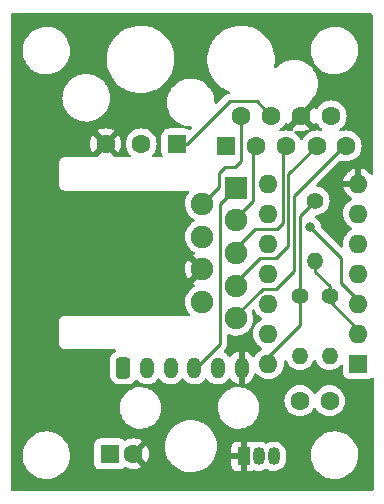
<source format=gbr>
%TF.GenerationSoftware,KiCad,Pcbnew,(6.0.9)*%
%TF.CreationDate,2023-08-06T12:59:45+02:00*%
%TF.ProjectId,Vectrex_Lightpen_2,56656374-7265-4785-9f4c-696768747065,rev?*%
%TF.SameCoordinates,Original*%
%TF.FileFunction,Copper,L2,Bot*%
%TF.FilePolarity,Positive*%
%FSLAX46Y46*%
G04 Gerber Fmt 4.6, Leading zero omitted, Abs format (unit mm)*
G04 Created by KiCad (PCBNEW (6.0.9)) date 2023-08-06 12:59:45*
%MOMM*%
%LPD*%
G01*
G04 APERTURE LIST*
G04 Aperture macros list*
%AMRoundRect*
0 Rectangle with rounded corners*
0 $1 Rounding radius*
0 $2 $3 $4 $5 $6 $7 $8 $9 X,Y pos of 4 corners*
0 Add a 4 corners polygon primitive as box body*
4,1,4,$2,$3,$4,$5,$6,$7,$8,$9,$2,$3,0*
0 Add four circle primitives for the rounded corners*
1,1,$1+$1,$2,$3*
1,1,$1+$1,$4,$5*
1,1,$1+$1,$6,$7*
1,1,$1+$1,$8,$9*
0 Add four rect primitives between the rounded corners*
20,1,$1+$1,$2,$3,$4,$5,0*
20,1,$1+$1,$4,$5,$6,$7,0*
20,1,$1+$1,$6,$7,$8,$9,0*
20,1,$1+$1,$8,$9,$2,$3,0*%
G04 Aperture macros list end*
%TA.AperFunction,ComponentPad*%
%ADD10R,1.900000X1.900000*%
%TD*%
%TA.AperFunction,ComponentPad*%
%ADD11C,1.900000*%
%TD*%
%TA.AperFunction,ComponentPad*%
%ADD12C,1.600000*%
%TD*%
%TA.AperFunction,ComponentPad*%
%ADD13R,1.600000X1.600000*%
%TD*%
%TA.AperFunction,ComponentPad*%
%ADD14O,1.600000X1.600000*%
%TD*%
%TA.AperFunction,ComponentPad*%
%ADD15RoundRect,0.250000X-0.350000X-0.650000X0.350000X-0.650000X0.350000X0.650000X-0.350000X0.650000X0*%
%TD*%
%TA.AperFunction,ComponentPad*%
%ADD16O,1.200000X1.800000*%
%TD*%
%TA.AperFunction,ComponentPad*%
%ADD17RoundRect,0.250000X0.550000X0.550000X-0.550000X0.550000X-0.550000X-0.550000X0.550000X-0.550000X0*%
%TD*%
%TA.AperFunction,ComponentPad*%
%ADD18R,1.050000X1.500000*%
%TD*%
%TA.AperFunction,ComponentPad*%
%ADD19O,1.050000X1.500000*%
%TD*%
%TA.AperFunction,ComponentPad*%
%ADD20C,1.400000*%
%TD*%
%TA.AperFunction,ComponentPad*%
%ADD21O,1.400000X1.400000*%
%TD*%
%TA.AperFunction,ViaPad*%
%ADD22C,0.800000*%
%TD*%
%TA.AperFunction,Conductor*%
%ADD23C,0.250000*%
%TD*%
G04 APERTURE END LIST*
D10*
%TO.P,J1,1,1*%
%TO.N,/1*%
X147574000Y-76352400D03*
D11*
%TO.P,J1,2,2*%
%TO.N,/2*%
X147574000Y-79122400D03*
%TO.P,J1,3,3*%
%TO.N,/3*%
X147574000Y-81892400D03*
%TO.P,J1,4,4*%
%TO.N,/4*%
X147574000Y-84662400D03*
%TO.P,J1,5,5*%
%TO.N,/X*%
X147574000Y-87432400D03*
%TO.P,J1,6,6*%
%TO.N,/Y*%
X144734000Y-77737400D03*
%TO.P,J1,7,7*%
%TO.N,+5V*%
X144734000Y-80507400D03*
%TO.P,J1,8,8*%
%TO.N,GND*%
X144734000Y-83277400D03*
%TO.P,J1,9,9*%
%TO.N,/-5*%
X144734000Y-86047400D03*
%TD*%
D12*
%TO.P,J3,9,Pin_9*%
%TO.N,/-5*%
X155635400Y-70280000D03*
%TO.P,J3,8,Pin_8*%
%TO.N,GND*%
X153095400Y-70280000D03*
%TO.P,J3,7,Pin_7*%
%TO.N,+5V*%
X150555400Y-70280000D03*
%TO.P,J3,6,Pin_6*%
%TO.N,/Y*%
X148015400Y-70280000D03*
%TO.P,J3,5,Pin_5*%
%TO.N,/X*%
X156905400Y-72820000D03*
%TO.P,J3,4,Pin_4*%
%TO.N,/4*%
X154420400Y-72820000D03*
%TO.P,J3,3,Pin_3*%
%TO.N,/3*%
X151825400Y-72820000D03*
%TO.P,J3,2,Pin_2*%
%TO.N,/2*%
X149285400Y-72820000D03*
D13*
%TO.P,J3,1,Pin_1*%
%TO.N,/1*%
X146745400Y-72820000D03*
%TD*%
%TO.P,U1,1*%
%TO.N,Net-(Q1-Pad3)*%
X157950000Y-91250000D03*
D14*
%TO.P,U1,2*%
X157950000Y-88710000D03*
%TO.P,U1,3*%
%TO.N,/Lp 4*%
X157950000Y-86170000D03*
%TO.P,U1,4*%
%TO.N,unconnected-(U1-Pad4)*%
X157950000Y-83630000D03*
%TO.P,U1,5*%
%TO.N,unconnected-(U1-Pad5)*%
X157950000Y-81090000D03*
%TO.P,U1,6*%
%TO.N,unconnected-(U1-Pad6)*%
X157950000Y-78550000D03*
%TO.P,U1,7,GND*%
%TO.N,GND*%
X157950000Y-76010000D03*
%TO.P,U1,8*%
%TO.N,unconnected-(U1-Pad8)*%
X150330000Y-76010000D03*
%TO.P,U1,9*%
%TO.N,unconnected-(U1-Pad9)*%
X150330000Y-78550000D03*
%TO.P,U1,10*%
%TO.N,unconnected-(U1-Pad10)*%
X150330000Y-81090000D03*
%TO.P,U1,11*%
%TO.N,unconnected-(U1-Pad11)*%
X150330000Y-83630000D03*
%TO.P,U1,12*%
%TO.N,unconnected-(U1-Pad12)*%
X150330000Y-86170000D03*
%TO.P,U1,13*%
%TO.N,unconnected-(U1-Pad13)*%
X150330000Y-88710000D03*
%TO.P,U1,14,VCC*%
%TO.N,+5V*%
X150330000Y-91250000D03*
%TD*%
D15*
%TO.P,J4,1,Pin_1*%
%TO.N,/4*%
X138050000Y-91600000D03*
D16*
%TO.P,J4,2,Pin_2*%
%TO.N,/3*%
X140050000Y-91600000D03*
%TO.P,J4,3,Pin_3*%
%TO.N,/2*%
X142050000Y-91600000D03*
%TO.P,J4,4,Pin_4*%
%TO.N,/1*%
X144050000Y-91600000D03*
%TO.P,J4,5,Pin_5*%
%TO.N,/Light*%
X146050000Y-91600000D03*
%TO.P,J4,6,Pin_6*%
%TO.N,GND*%
X148050000Y-91600000D03*
%TD*%
D12*
%TO.P,C1,2*%
%TO.N,GND*%
X138900000Y-98900000D03*
D13*
%TO.P,C1,1*%
%TO.N,+5V*%
X136900000Y-98900000D03*
%TD*%
D17*
%TO.P,J2,1,Pin_1*%
%TO.N,+5V*%
X142549500Y-72650000D03*
D12*
%TO.P,J2,2,Pin_2*%
%TO.N,/Lp 4*%
X139554500Y-72650000D03*
%TO.P,J2,3,Pin_3*%
%TO.N,GND*%
X136550500Y-72650000D03*
%TD*%
D18*
%TO.P,Q1,1,E*%
%TO.N,GND*%
X148230000Y-99110000D03*
D19*
%TO.P,Q1,2,B*%
%TO.N,Net-(C2-Pad2)*%
X149500000Y-99110000D03*
%TO.P,Q1,3,C*%
%TO.N,Net-(Q1-Pad3)*%
X150770000Y-99110000D03*
%TD*%
D12*
%TO.P,C2,1*%
%TO.N,/Light*%
X153000000Y-94400000D03*
%TO.P,C2,2*%
%TO.N,Net-(C2-Pad2)*%
X155500000Y-94400000D03*
%TD*%
D20*
%TO.P,R1,1*%
%TO.N,+5V*%
X153000000Y-85500000D03*
D21*
%TO.P,R1,2*%
%TO.N,/Light*%
X153000000Y-90580000D03*
%TD*%
%TO.P,R3,2*%
%TO.N,Net-(Q1-Pad3)*%
X154300000Y-82540000D03*
D20*
%TO.P,R3,1*%
%TO.N,+5V*%
X154300000Y-77460000D03*
%TD*%
D21*
%TO.P,R2,2*%
%TO.N,Net-(C2-Pad2)*%
X155500000Y-90580000D03*
D20*
%TO.P,R2,1*%
%TO.N,Net-(Q1-Pad3)*%
X155500000Y-85500000D03*
%TD*%
D22*
%TO.N,/Lp 4*%
X153850000Y-79700000D03*
%TD*%
D23*
%TO.N,/Y*%
X146150000Y-76321400D02*
X144734000Y-77737400D01*
X146650000Y-74650000D02*
X146150000Y-75150000D01*
X147500000Y-74650000D02*
X146650000Y-74650000D01*
X148015400Y-74134600D02*
X147500000Y-74650000D01*
X146150000Y-75150000D02*
X146150000Y-76321400D01*
X148015400Y-70280000D02*
X148015400Y-74134600D01*
%TO.N,/Lp 4*%
X156450000Y-82300000D02*
X153850000Y-79700000D01*
X156450000Y-84400000D02*
X156450000Y-82300000D01*
X157950000Y-85900000D02*
X156450000Y-84400000D01*
X157950000Y-86170000D02*
X157950000Y-85900000D01*
%TO.N,/1*%
X146200000Y-89600000D02*
X144200000Y-91600000D01*
X144200000Y-91600000D02*
X144050000Y-91600000D01*
X146200000Y-77726400D02*
X146200000Y-89600000D01*
X147574000Y-76352400D02*
X146200000Y-77726400D01*
%TO.N,/4*%
X152024901Y-81275099D02*
X152024901Y-75215499D01*
X152024901Y-75215499D02*
X154420400Y-72820000D01*
X150950000Y-82350000D02*
X152024901Y-81275099D01*
X149600000Y-82350000D02*
X150950000Y-82350000D01*
X147574000Y-84662400D02*
X147574000Y-84376000D01*
X147574000Y-84376000D02*
X149600000Y-82350000D01*
%TO.N,+5V*%
X147050000Y-69050000D02*
X149325400Y-69050000D01*
X149325400Y-69050000D02*
X150555400Y-70280000D01*
X142549500Y-72650000D02*
X143450000Y-72650000D01*
X143450000Y-72650000D02*
X147050000Y-69050000D01*
%TO.N,Net-(Q1-Pad3)*%
X157950000Y-88400000D02*
X157950000Y-88710000D01*
X155500000Y-85500000D02*
X155500000Y-85950000D01*
X155500000Y-85950000D02*
X157950000Y-88400000D01*
X155500000Y-84700000D02*
X155500000Y-85500000D01*
X154300000Y-83500000D02*
X155500000Y-84700000D01*
X154300000Y-82540000D02*
X154300000Y-83500000D01*
%TO.N,+5V*%
X150330000Y-90684310D02*
X150330000Y-91250000D01*
X153000000Y-85500000D02*
X153000000Y-88014310D01*
X153000000Y-88014310D02*
X150330000Y-90684310D01*
%TO.N,/X*%
X151000000Y-84900000D02*
X152474402Y-83425598D01*
X152474402Y-77075598D02*
X156730000Y-72820000D01*
X149850000Y-84900000D02*
X151000000Y-84900000D01*
X152474402Y-83425598D02*
X152474402Y-77075598D01*
X147574000Y-87176000D02*
X149850000Y-84900000D01*
X156730000Y-72820000D02*
X156905400Y-72820000D01*
X147574000Y-87432400D02*
X147574000Y-87176000D01*
%TO.N,/3*%
X151050000Y-79850000D02*
X149214310Y-79850000D01*
X151575400Y-73070000D02*
X151575400Y-79324600D01*
X151575400Y-79324600D02*
X151050000Y-79850000D01*
X149214310Y-79850000D02*
X147574000Y-81490310D01*
X147574000Y-81490310D02*
X147574000Y-81892400D01*
X151825400Y-72820000D02*
X151575400Y-73070000D01*
%TO.N,/2*%
X149000000Y-77464310D02*
X147574000Y-78890310D01*
X147574000Y-78890310D02*
X147574000Y-79122400D01*
X149285400Y-72820000D02*
X149000000Y-73105400D01*
X149000000Y-73105400D02*
X149000000Y-77464310D01*
%TO.N,+5V*%
X153000000Y-78760000D02*
X154300000Y-77460000D01*
X153000000Y-85500000D02*
X153000000Y-78760000D01*
%TD*%
%TA.AperFunction,Conductor*%
%TO.N,GND*%
G36*
X159103737Y-61620002D02*
G01*
X159135578Y-61649295D01*
X159174180Y-61699601D01*
X159199781Y-61765821D01*
X159200218Y-61776150D01*
X159216756Y-75138911D01*
X159196838Y-75207057D01*
X159143240Y-75253616D01*
X159072979Y-75263807D01*
X159008361Y-75234393D01*
X158987542Y-75211337D01*
X158958970Y-75170530D01*
X158951916Y-75162125D01*
X158797875Y-75008084D01*
X158789467Y-75001028D01*
X158611007Y-74876069D01*
X158601511Y-74870586D01*
X158404053Y-74778510D01*
X158393761Y-74774764D01*
X158221497Y-74728606D01*
X158207401Y-74728942D01*
X158204000Y-74736884D01*
X158204000Y-76138000D01*
X158183998Y-76206121D01*
X158130342Y-76252614D01*
X158078000Y-76264000D01*
X156682033Y-76264000D01*
X156668502Y-76267973D01*
X156667273Y-76276522D01*
X156714764Y-76453761D01*
X156718510Y-76464053D01*
X156810586Y-76661511D01*
X156816069Y-76671007D01*
X156941028Y-76849467D01*
X156948084Y-76857875D01*
X157102125Y-77011916D01*
X157110533Y-77018972D01*
X157288993Y-77143931D01*
X157298489Y-77149414D01*
X157333049Y-77165529D01*
X157386334Y-77212446D01*
X157405795Y-77280723D01*
X157385253Y-77348683D01*
X157333049Y-77393919D01*
X157298238Y-77410151D01*
X157298233Y-77410154D01*
X157293251Y-77412477D01*
X157220857Y-77463168D01*
X157110211Y-77540643D01*
X157110208Y-77540645D01*
X157105700Y-77543802D01*
X156943802Y-77705700D01*
X156940645Y-77710208D01*
X156940643Y-77710211D01*
X156909309Y-77754961D01*
X156812477Y-77893251D01*
X156810154Y-77898233D01*
X156810151Y-77898238D01*
X156733986Y-78061577D01*
X156715716Y-78100757D01*
X156656457Y-78321913D01*
X156636502Y-78550000D01*
X156656457Y-78778087D01*
X156657881Y-78783400D01*
X156657881Y-78783402D01*
X156692544Y-78912763D01*
X156715716Y-78999243D01*
X156718039Y-79004224D01*
X156718039Y-79004225D01*
X156810151Y-79201762D01*
X156810154Y-79201767D01*
X156812477Y-79206749D01*
X156943802Y-79394300D01*
X157105700Y-79556198D01*
X157110208Y-79559355D01*
X157110211Y-79559357D01*
X157154921Y-79590663D01*
X157293251Y-79687523D01*
X157298233Y-79689846D01*
X157298238Y-79689849D01*
X157332457Y-79705805D01*
X157385742Y-79752722D01*
X157405203Y-79820999D01*
X157384661Y-79888959D01*
X157332457Y-79934195D01*
X157298238Y-79950151D01*
X157298233Y-79950154D01*
X157293251Y-79952477D01*
X157188389Y-80025902D01*
X157110211Y-80080643D01*
X157110208Y-80080645D01*
X157105700Y-80083802D01*
X156943802Y-80245700D01*
X156812477Y-80433251D01*
X156810154Y-80438233D01*
X156810151Y-80438238D01*
X156719098Y-80633505D01*
X156715716Y-80640757D01*
X156714294Y-80646065D01*
X156714293Y-80646067D01*
X156690597Y-80734500D01*
X156656457Y-80861913D01*
X156636502Y-81090000D01*
X156643985Y-81175525D01*
X156654326Y-81293728D01*
X156640337Y-81363333D01*
X156590937Y-81414326D01*
X156521811Y-81430516D01*
X156454906Y-81406764D01*
X156439710Y-81393805D01*
X154797122Y-79751217D01*
X154763096Y-79688905D01*
X154760907Y-79675292D01*
X154744232Y-79516635D01*
X154744232Y-79516633D01*
X154743542Y-79510072D01*
X154684527Y-79328444D01*
X154589040Y-79163056D01*
X154553110Y-79123151D01*
X154465675Y-79026045D01*
X154465674Y-79026044D01*
X154461253Y-79021134D01*
X154342967Y-78935194D01*
X154312094Y-78912763D01*
X154312093Y-78912762D01*
X154306752Y-78908882D01*
X154300723Y-78906198D01*
X154296125Y-78903543D01*
X154247133Y-78852159D01*
X154233698Y-78782445D01*
X154260086Y-78716535D01*
X154317919Y-78675354D01*
X154348145Y-78668904D01*
X154389835Y-78665256D01*
X154510655Y-78654686D01*
X154515968Y-78653262D01*
X154515970Y-78653262D01*
X154709600Y-78601379D01*
X154709602Y-78601378D01*
X154714910Y-78599956D01*
X154719892Y-78597633D01*
X154901577Y-78512912D01*
X154901580Y-78512910D01*
X154906558Y-78510589D01*
X155079776Y-78389301D01*
X155229301Y-78239776D01*
X155350589Y-78066558D01*
X155409101Y-77941080D01*
X155437633Y-77879892D01*
X155437634Y-77879891D01*
X155439956Y-77874910D01*
X155473244Y-77750680D01*
X155493262Y-77675970D01*
X155493262Y-77675968D01*
X155494686Y-77670655D01*
X155513116Y-77460000D01*
X155494686Y-77249345D01*
X155491245Y-77236502D01*
X155441379Y-77050400D01*
X155441378Y-77050398D01*
X155439956Y-77045090D01*
X155350589Y-76853442D01*
X155229301Y-76680224D01*
X155079776Y-76530699D01*
X154906558Y-76409411D01*
X154901580Y-76407090D01*
X154901577Y-76407088D01*
X154719892Y-76322367D01*
X154719891Y-76322366D01*
X154714910Y-76320044D01*
X154709602Y-76318622D01*
X154709600Y-76318621D01*
X154515970Y-76266738D01*
X154515968Y-76266738D01*
X154510655Y-76265314D01*
X154505171Y-76264834D01*
X154505164Y-76264833D01*
X154476322Y-76262309D01*
X154410204Y-76236446D01*
X154368565Y-76178942D01*
X154364625Y-76108055D01*
X154398210Y-76047694D01*
X154707401Y-75738503D01*
X156668606Y-75738503D01*
X156668942Y-75752599D01*
X156676884Y-75756000D01*
X157677885Y-75756000D01*
X157693124Y-75751525D01*
X157694329Y-75750135D01*
X157696000Y-75742452D01*
X157696000Y-74742033D01*
X157692027Y-74728502D01*
X157683478Y-74727273D01*
X157506239Y-74774764D01*
X157495947Y-74778510D01*
X157298489Y-74870586D01*
X157288993Y-74876069D01*
X157110533Y-75001028D01*
X157102125Y-75008084D01*
X156948084Y-75162125D01*
X156941028Y-75170533D01*
X156816069Y-75348993D01*
X156810586Y-75358489D01*
X156718510Y-75555947D01*
X156714764Y-75566239D01*
X156668606Y-75738503D01*
X154707401Y-75738503D01*
X156353818Y-74092086D01*
X156416130Y-74058060D01*
X156475524Y-74059474D01*
X156671998Y-74112119D01*
X156672000Y-74112119D01*
X156677313Y-74113543D01*
X156905400Y-74133498D01*
X157133487Y-74113543D01*
X157138800Y-74112119D01*
X157138802Y-74112119D01*
X157349333Y-74055707D01*
X157349335Y-74055706D01*
X157354643Y-74054284D01*
X157385895Y-74039711D01*
X157557162Y-73959849D01*
X157557167Y-73959846D01*
X157562149Y-73957523D01*
X157720830Y-73846413D01*
X157745189Y-73829357D01*
X157745192Y-73829355D01*
X157749700Y-73826198D01*
X157911598Y-73664300D01*
X158042923Y-73476749D01*
X158045246Y-73471767D01*
X158045249Y-73471762D01*
X158137361Y-73274225D01*
X158137361Y-73274224D01*
X158139684Y-73269243D01*
X158174877Y-73137904D01*
X158197519Y-73053402D01*
X158197519Y-73053400D01*
X158198943Y-73048087D01*
X158218898Y-72820000D01*
X158198943Y-72591913D01*
X158139684Y-72370757D01*
X158085548Y-72254661D01*
X158045249Y-72168238D01*
X158045246Y-72168233D01*
X158042923Y-72163251D01*
X157965596Y-72052817D01*
X157914757Y-71980211D01*
X157914755Y-71980208D01*
X157911598Y-71975700D01*
X157749700Y-71813802D01*
X157745192Y-71810645D01*
X157745189Y-71810643D01*
X157608719Y-71715086D01*
X157562149Y-71682477D01*
X157557167Y-71680154D01*
X157557162Y-71680151D01*
X157359625Y-71588039D01*
X157359624Y-71588039D01*
X157354643Y-71585716D01*
X157349335Y-71584294D01*
X157349333Y-71584293D01*
X157138802Y-71527881D01*
X157138800Y-71527881D01*
X157133487Y-71526457D01*
X156905400Y-71506502D01*
X156677313Y-71526457D01*
X156672000Y-71527881D01*
X156671998Y-71527881D01*
X156491614Y-71576215D01*
X156420638Y-71574525D01*
X156361842Y-71534731D01*
X156333894Y-71469467D01*
X156345667Y-71399453D01*
X156386732Y-71351295D01*
X156400240Y-71341837D01*
X156420825Y-71327423D01*
X156475189Y-71289357D01*
X156475192Y-71289355D01*
X156479700Y-71286198D01*
X156641598Y-71124300D01*
X156772923Y-70936749D01*
X156775246Y-70931767D01*
X156775249Y-70931762D01*
X156867361Y-70734225D01*
X156867361Y-70734224D01*
X156869684Y-70729243D01*
X156873579Y-70714709D01*
X156927519Y-70513402D01*
X156927519Y-70513400D01*
X156928943Y-70508087D01*
X156948898Y-70280000D01*
X156928943Y-70051913D01*
X156915164Y-70000490D01*
X156871107Y-69836067D01*
X156871106Y-69836065D01*
X156869684Y-69830757D01*
X156821039Y-69726437D01*
X156775249Y-69628238D01*
X156775246Y-69628233D01*
X156772923Y-69623251D01*
X156664226Y-69468016D01*
X156644757Y-69440211D01*
X156644755Y-69440208D01*
X156641598Y-69435700D01*
X156479700Y-69273802D01*
X156475192Y-69270645D01*
X156475189Y-69270643D01*
X156362545Y-69191769D01*
X156292149Y-69142477D01*
X156287167Y-69140154D01*
X156287162Y-69140151D01*
X156089625Y-69048039D01*
X156089624Y-69048039D01*
X156084643Y-69045716D01*
X156079335Y-69044294D01*
X156079333Y-69044293D01*
X155868802Y-68987881D01*
X155868800Y-68987881D01*
X155863487Y-68986457D01*
X155635400Y-68966502D01*
X155407313Y-68986457D01*
X155402000Y-68987881D01*
X155401998Y-68987881D01*
X155191467Y-69044293D01*
X155191465Y-69044294D01*
X155186157Y-69045716D01*
X155181176Y-69048039D01*
X155181175Y-69048039D01*
X154983638Y-69140151D01*
X154983633Y-69140154D01*
X154978651Y-69142477D01*
X154908255Y-69191769D01*
X154795611Y-69270643D01*
X154795608Y-69270645D01*
X154791100Y-69273802D01*
X154629202Y-69435700D01*
X154626045Y-69440208D01*
X154626043Y-69440211D01*
X154606574Y-69468016D01*
X154497877Y-69623251D01*
X154495554Y-69628233D01*
X154495551Y-69628238D01*
X154479319Y-69663049D01*
X154432402Y-69716334D01*
X154364125Y-69735795D01*
X154296165Y-69715253D01*
X154250929Y-69663049D01*
X154234814Y-69628489D01*
X154229331Y-69618994D01*
X154192891Y-69566952D01*
X154182412Y-69558576D01*
X154168966Y-69565644D01*
X153467422Y-70267188D01*
X153459808Y-70281132D01*
X153459939Y-70282965D01*
X153464190Y-70289580D01*
X154169687Y-70995077D01*
X154181462Y-71001507D01*
X154193477Y-70992211D01*
X154229331Y-70941006D01*
X154234814Y-70931511D01*
X154250929Y-70896951D01*
X154297846Y-70843666D01*
X154366123Y-70824205D01*
X154434083Y-70844747D01*
X154479319Y-70896951D01*
X154495551Y-70931762D01*
X154495554Y-70931767D01*
X154497877Y-70936749D01*
X154629202Y-71124300D01*
X154791100Y-71286198D01*
X154795608Y-71289355D01*
X154795611Y-71289357D01*
X154849975Y-71327423D01*
X154894303Y-71382880D01*
X154901612Y-71453500D01*
X154869581Y-71516860D01*
X154808380Y-71552845D01*
X154745092Y-71552342D01*
X154653810Y-71527882D01*
X154653796Y-71527879D01*
X154648487Y-71526457D01*
X154420400Y-71506502D01*
X154192313Y-71526457D01*
X154187000Y-71527881D01*
X154186998Y-71527881D01*
X153976467Y-71584293D01*
X153976465Y-71584294D01*
X153971157Y-71585716D01*
X153966175Y-71588039D01*
X153966170Y-71588041D01*
X153899091Y-71619320D01*
X153828900Y-71629981D01*
X153790751Y-71612923D01*
X153790878Y-71628980D01*
X153752969Y-71689009D01*
X153741978Y-71697653D01*
X153717081Y-71715086D01*
X153580611Y-71810643D01*
X153580608Y-71810645D01*
X153576100Y-71813802D01*
X153414202Y-71975700D01*
X153411045Y-71980208D01*
X153411043Y-71980211D01*
X153360204Y-72052817D01*
X153282877Y-72163251D01*
X153280554Y-72168233D01*
X153280551Y-72168238D01*
X153237095Y-72261431D01*
X153190178Y-72314716D01*
X153121901Y-72334177D01*
X153053941Y-72313635D01*
X153008705Y-72261431D01*
X152965249Y-72168238D01*
X152965246Y-72168233D01*
X152962923Y-72163251D01*
X152885596Y-72052817D01*
X152834757Y-71980211D01*
X152834755Y-71980208D01*
X152831598Y-71975700D01*
X152669700Y-71813802D01*
X152665192Y-71810645D01*
X152665189Y-71810643D01*
X152575535Y-71747867D01*
X152531207Y-71692410D01*
X152523898Y-71621791D01*
X152555929Y-71558430D01*
X152617130Y-71522445D01*
X152680417Y-71522947D01*
X152862088Y-71571625D01*
X152872881Y-71573528D01*
X153089925Y-71592517D01*
X153100875Y-71592517D01*
X153317919Y-71573528D01*
X153328712Y-71571625D01*
X153539161Y-71515236D01*
X153549453Y-71511490D01*
X153616454Y-71480247D01*
X153686646Y-71469586D01*
X153724795Y-71486644D01*
X153724668Y-71470586D01*
X153762577Y-71410558D01*
X153773571Y-71401912D01*
X153808448Y-71377491D01*
X153816824Y-71367012D01*
X153809756Y-71353566D01*
X153108212Y-70652022D01*
X153094268Y-70644408D01*
X153092435Y-70644539D01*
X153085820Y-70648790D01*
X152380323Y-71354287D01*
X152373893Y-71366062D01*
X152385605Y-71381200D01*
X152411468Y-71447319D01*
X152397479Y-71516924D01*
X152348079Y-71567916D01*
X152278953Y-71584106D01*
X152253340Y-71580008D01*
X152053487Y-71526457D01*
X151825400Y-71506502D01*
X151597313Y-71526457D01*
X151592000Y-71527881D01*
X151591998Y-71527881D01*
X151411614Y-71576215D01*
X151340638Y-71574525D01*
X151281842Y-71534731D01*
X151253894Y-71469467D01*
X151265667Y-71399453D01*
X151306732Y-71351295D01*
X151320240Y-71341837D01*
X151340825Y-71327423D01*
X151395189Y-71289357D01*
X151395192Y-71289355D01*
X151399700Y-71286198D01*
X151561598Y-71124300D01*
X151692923Y-70936749D01*
X151695246Y-70931767D01*
X151695249Y-70931762D01*
X151711481Y-70896951D01*
X151758398Y-70843666D01*
X151826675Y-70824205D01*
X151894635Y-70844747D01*
X151939871Y-70896951D01*
X151955986Y-70931511D01*
X151961469Y-70941006D01*
X151997909Y-70993048D01*
X152008388Y-71001424D01*
X152021834Y-70994356D01*
X153810477Y-69205713D01*
X153818091Y-69191769D01*
X153816738Y-69172840D01*
X153807395Y-69148957D01*
X153821382Y-69079352D01*
X153847174Y-69046176D01*
X153847089Y-69046094D01*
X153847844Y-69045315D01*
X153885426Y-69006534D01*
X154034686Y-68852509D01*
X154037669Y-68849431D01*
X154040202Y-68845983D01*
X154040206Y-68845978D01*
X154197257Y-68632178D01*
X154199795Y-68628723D01*
X154201841Y-68624955D01*
X154328418Y-68391830D01*
X154328419Y-68391828D01*
X154330468Y-68388054D01*
X154386884Y-68238754D01*
X154425751Y-68135895D01*
X154425752Y-68135891D01*
X154427269Y-68131877D01*
X154474107Y-67927371D01*
X154487449Y-67869117D01*
X154487450Y-67869113D01*
X154488407Y-67864933D01*
X154491463Y-67830697D01*
X154512531Y-67594627D01*
X154512531Y-67594625D01*
X154512751Y-67592161D01*
X154513193Y-67550000D01*
X154511465Y-67524648D01*
X154494859Y-67281055D01*
X154494858Y-67281049D01*
X154494567Y-67276778D01*
X154489985Y-67254650D01*
X154459356Y-67106751D01*
X154439032Y-67008612D01*
X154347617Y-66750465D01*
X154222013Y-66507112D01*
X154209380Y-66489136D01*
X154129902Y-66376051D01*
X154064545Y-66283057D01*
X153891865Y-66097231D01*
X153881046Y-66085588D01*
X153881043Y-66085585D01*
X153878125Y-66082445D01*
X153874810Y-66079731D01*
X153874806Y-66079728D01*
X153669523Y-65911706D01*
X153666205Y-65908990D01*
X153432704Y-65765901D01*
X153420052Y-65760347D01*
X153185873Y-65657549D01*
X153185869Y-65657548D01*
X153181945Y-65655825D01*
X152918566Y-65580800D01*
X152914324Y-65580196D01*
X152914318Y-65580195D01*
X152713834Y-65551662D01*
X152647443Y-65542213D01*
X152503589Y-65541460D01*
X152377877Y-65540802D01*
X152377871Y-65540802D01*
X152373591Y-65540780D01*
X152369347Y-65541339D01*
X152369343Y-65541339D01*
X152250302Y-65557011D01*
X152102078Y-65576525D01*
X152097938Y-65577658D01*
X152097936Y-65577658D01*
X152025008Y-65597609D01*
X151837928Y-65648788D01*
X151833980Y-65650472D01*
X151589982Y-65754546D01*
X151589978Y-65754548D01*
X151586030Y-65756232D01*
X151566125Y-65768145D01*
X151354725Y-65894664D01*
X151354721Y-65894667D01*
X151351043Y-65896868D01*
X151137318Y-66068094D01*
X151120717Y-66085588D01*
X151019747Y-66191988D01*
X150958347Y-66227632D01*
X150887423Y-66224423D01*
X150829493Y-66183379D01*
X150802949Y-66117531D01*
X150805555Y-66077019D01*
X150827602Y-65981141D01*
X150827603Y-65981134D01*
X150828428Y-65977547D01*
X150851362Y-65768145D01*
X150864460Y-65648545D01*
X150864460Y-65648544D01*
X150864862Y-65644874D01*
X150862233Y-65310223D01*
X150853059Y-65237087D01*
X150821038Y-64981820D01*
X150821037Y-64981816D01*
X150820579Y-64978163D01*
X150819698Y-64974589D01*
X150747002Y-64679733D01*
X153918222Y-64679733D01*
X153918375Y-64684121D01*
X153918375Y-64684127D01*
X153918801Y-64696303D01*
X153928025Y-64960458D01*
X153928787Y-64964781D01*
X153928788Y-64964788D01*
X153952564Y-65099624D01*
X153976802Y-65237087D01*
X154063603Y-65504235D01*
X154186740Y-65756702D01*
X154189195Y-65760341D01*
X154189198Y-65760347D01*
X154194458Y-65768145D01*
X154343815Y-65989576D01*
X154531771Y-66198322D01*
X154746950Y-66378879D01*
X154985164Y-66527731D01*
X155118884Y-66587267D01*
X155228279Y-66635973D01*
X155241775Y-66641982D01*
X155511790Y-66719407D01*
X155516140Y-66720018D01*
X155516143Y-66720019D01*
X155595424Y-66731161D01*
X155789952Y-66758500D01*
X156000546Y-66758500D01*
X156002732Y-66758347D01*
X156002736Y-66758347D01*
X156206227Y-66744118D01*
X156206232Y-66744117D01*
X156210612Y-66743811D01*
X156485370Y-66685409D01*
X156489499Y-66683906D01*
X156489503Y-66683905D01*
X156745181Y-66590846D01*
X156745185Y-66590844D01*
X156749326Y-66589337D01*
X156997342Y-66457464D01*
X157102296Y-66381211D01*
X157221029Y-66294947D01*
X157221032Y-66294944D01*
X157224592Y-66292358D01*
X157234224Y-66283057D01*
X157337443Y-66183379D01*
X157426652Y-66097231D01*
X157599588Y-65875882D01*
X157601784Y-65872078D01*
X157601789Y-65872071D01*
X157727316Y-65654650D01*
X157740036Y-65632619D01*
X157845262Y-65372176D01*
X157850428Y-65351455D01*
X157912153Y-65103893D01*
X157912154Y-65103888D01*
X157913217Y-65099624D01*
X157925599Y-64981820D01*
X157942119Y-64824636D01*
X157942119Y-64824633D01*
X157942578Y-64820267D01*
X157938375Y-64699900D01*
X157932929Y-64543939D01*
X157932928Y-64543933D01*
X157932775Y-64539542D01*
X157909008Y-64404749D01*
X157884760Y-64267236D01*
X157883998Y-64262913D01*
X157797197Y-63995765D01*
X157674060Y-63743298D01*
X157671605Y-63739659D01*
X157671602Y-63739653D01*
X157537529Y-63540882D01*
X157516985Y-63510424D01*
X157329029Y-63301678D01*
X157113850Y-63121121D01*
X156875636Y-62972269D01*
X156619025Y-62858018D01*
X156349010Y-62780593D01*
X156344660Y-62779982D01*
X156344657Y-62779981D01*
X156241710Y-62765513D01*
X156070848Y-62741500D01*
X155860254Y-62741500D01*
X155858068Y-62741653D01*
X155858064Y-62741653D01*
X155654573Y-62755882D01*
X155654568Y-62755883D01*
X155650188Y-62756189D01*
X155375430Y-62814591D01*
X155371301Y-62816094D01*
X155371297Y-62816095D01*
X155115619Y-62909154D01*
X155115615Y-62909156D01*
X155111474Y-62910663D01*
X154863458Y-63042536D01*
X154859899Y-63045122D01*
X154859897Y-63045123D01*
X154755295Y-63121121D01*
X154636208Y-63207642D01*
X154434148Y-63402769D01*
X154261212Y-63624118D01*
X154259016Y-63627922D01*
X154259011Y-63627929D01*
X154159246Y-63800728D01*
X154120764Y-63867381D01*
X154015538Y-64127824D01*
X154014473Y-64132097D01*
X154014472Y-64132099D01*
X153952382Y-64381130D01*
X153947583Y-64400376D01*
X153947124Y-64404744D01*
X153947123Y-64404749D01*
X153918681Y-64675364D01*
X153918222Y-64679733D01*
X150747002Y-64679733D01*
X150741349Y-64656806D01*
X150741346Y-64656797D01*
X150740467Y-64653231D01*
X150622993Y-64339865D01*
X150469760Y-64042345D01*
X150282861Y-63764735D01*
X150064850Y-63510826D01*
X149818704Y-63284086D01*
X149597890Y-63123949D01*
X149550769Y-63089776D01*
X149550765Y-63089774D01*
X149547786Y-63087613D01*
X149467296Y-63042536D01*
X149259011Y-62925891D01*
X149259010Y-62925891D01*
X149255795Y-62924090D01*
X149252395Y-62922678D01*
X148950125Y-62797165D01*
X148950121Y-62797164D01*
X148946719Y-62795751D01*
X148660285Y-62714428D01*
X148628336Y-62705357D01*
X148628331Y-62705356D01*
X148624781Y-62704348D01*
X148294378Y-62651130D01*
X148290958Y-62650957D01*
X148290951Y-62650956D01*
X148105864Y-62641580D01*
X148105847Y-62641580D01*
X148104276Y-62641500D01*
X147919086Y-62641500D01*
X147670910Y-62656027D01*
X147667284Y-62656670D01*
X147667281Y-62656670D01*
X147345004Y-62713786D01*
X147345000Y-62713787D01*
X147341383Y-62714428D01*
X147020920Y-62810876D01*
X147012356Y-62814591D01*
X146717287Y-62942585D01*
X146717282Y-62942588D01*
X146713899Y-62944055D01*
X146424512Y-63112144D01*
X146421573Y-63114347D01*
X146421568Y-63114350D01*
X146297089Y-63207642D01*
X146156713Y-63312848D01*
X146154040Y-63315389D01*
X146058475Y-63406236D01*
X145914159Y-63543426D01*
X145911803Y-63546259D01*
X145911800Y-63546262D01*
X145807161Y-63672077D01*
X145700163Y-63800728D01*
X145698156Y-63803813D01*
X145698155Y-63803814D01*
X145656795Y-63867381D01*
X145517648Y-64081240D01*
X145369108Y-64381130D01*
X145256570Y-64696303D01*
X145255743Y-64699900D01*
X145182397Y-65018863D01*
X145182396Y-65018872D01*
X145181572Y-65022453D01*
X145181171Y-65026110D01*
X145181171Y-65026113D01*
X145157608Y-65241265D01*
X145145138Y-65355126D01*
X145147767Y-65689777D01*
X145148226Y-65693436D01*
X145185785Y-65992848D01*
X145189421Y-66021837D01*
X145190301Y-66025408D01*
X145190302Y-66025411D01*
X145268651Y-66343194D01*
X145268654Y-66343203D01*
X145269533Y-66346769D01*
X145270827Y-66350220D01*
X145270827Y-66350221D01*
X145311805Y-66459530D01*
X145387007Y-66660135D01*
X145540240Y-66957655D01*
X145727139Y-67235265D01*
X145945150Y-67489174D01*
X146191296Y-67715914D01*
X146304529Y-67798032D01*
X146426604Y-67886562D01*
X146462214Y-67912387D01*
X146465433Y-67914190D01*
X146465435Y-67914191D01*
X146530207Y-67950465D01*
X146754205Y-68075910D01*
X146997482Y-68176927D01*
X147052723Y-68221522D01*
X147075086Y-68288905D01*
X147057468Y-68357681D01*
X147005464Y-68406014D01*
X146965587Y-68416086D01*
X146965864Y-68417837D01*
X146958036Y-68419077D01*
X146950111Y-68419326D01*
X146942497Y-68421538D01*
X146942492Y-68421539D01*
X146930659Y-68424977D01*
X146911296Y-68428988D01*
X146891203Y-68431526D01*
X146883836Y-68434443D01*
X146883831Y-68434444D01*
X146850092Y-68447802D01*
X146838865Y-68451646D01*
X146796407Y-68463982D01*
X146789581Y-68468019D01*
X146778972Y-68474293D01*
X146761224Y-68482988D01*
X146742383Y-68490448D01*
X146735967Y-68495110D01*
X146735966Y-68495110D01*
X146706613Y-68516436D01*
X146696693Y-68522952D01*
X146665465Y-68541420D01*
X146665462Y-68541422D01*
X146658638Y-68545458D01*
X146644317Y-68559779D01*
X146629284Y-68572619D01*
X146612893Y-68584528D01*
X146607843Y-68590632D01*
X146607838Y-68590637D01*
X146584707Y-68618598D01*
X146576717Y-68627379D01*
X145977713Y-69226382D01*
X145915401Y-69260407D01*
X145844585Y-69255342D01*
X145787750Y-69212795D01*
X145762910Y-69145856D01*
X145762522Y-69140151D01*
X145752011Y-68985978D01*
X145744859Y-68881055D01*
X145744858Y-68881049D01*
X145744567Y-68876778D01*
X145689032Y-68608612D01*
X145597617Y-68350465D01*
X145472013Y-68107112D01*
X145462040Y-68092921D01*
X145348353Y-67931161D01*
X145314545Y-67883057D01*
X145161240Y-67718081D01*
X145131046Y-67685588D01*
X145131043Y-67685585D01*
X145128125Y-67682445D01*
X145124810Y-67679731D01*
X145124806Y-67679728D01*
X144919523Y-67511706D01*
X144916205Y-67508990D01*
X144682704Y-67365901D01*
X144678768Y-67364173D01*
X144435873Y-67257549D01*
X144435869Y-67257548D01*
X144431945Y-67255825D01*
X144168566Y-67180800D01*
X144164324Y-67180196D01*
X144164318Y-67180195D01*
X143963834Y-67151662D01*
X143897443Y-67142213D01*
X143753589Y-67141460D01*
X143627877Y-67140802D01*
X143627871Y-67140802D01*
X143623591Y-67140780D01*
X143619347Y-67141339D01*
X143619343Y-67141339D01*
X143500302Y-67157011D01*
X143352078Y-67176525D01*
X143347938Y-67177658D01*
X143347936Y-67177658D01*
X143284588Y-67194988D01*
X143087928Y-67248788D01*
X143083980Y-67250472D01*
X142839982Y-67354546D01*
X142839978Y-67354548D01*
X142836030Y-67356232D01*
X142816125Y-67368145D01*
X142604725Y-67494664D01*
X142604721Y-67494667D01*
X142601043Y-67496868D01*
X142387318Y-67668094D01*
X142339882Y-67718081D01*
X142228007Y-67835973D01*
X142198808Y-67866742D01*
X142039002Y-68089136D01*
X141910857Y-68331161D01*
X141909385Y-68335184D01*
X141909383Y-68335188D01*
X141819842Y-68579869D01*
X141816743Y-68588337D01*
X141758404Y-68855907D01*
X141736917Y-69128918D01*
X141737334Y-69136156D01*
X141752682Y-69402320D01*
X141805405Y-69671053D01*
X141806792Y-69675103D01*
X141806793Y-69675108D01*
X141878526Y-69884621D01*
X141894112Y-69930144D01*
X141927713Y-69996953D01*
X141992837Y-70126437D01*
X142017160Y-70174799D01*
X142019586Y-70178328D01*
X142019589Y-70178334D01*
X142155409Y-70375951D01*
X142172274Y-70400490D01*
X142175161Y-70403663D01*
X142175162Y-70403664D01*
X142211681Y-70443798D01*
X142356582Y-70603043D01*
X142359877Y-70605798D01*
X142359878Y-70605799D01*
X142420395Y-70656399D01*
X142566675Y-70778707D01*
X142570316Y-70780991D01*
X142795024Y-70921951D01*
X142795028Y-70921953D01*
X142798664Y-70924234D01*
X142814781Y-70931511D01*
X143044345Y-71035164D01*
X143044349Y-71035166D01*
X143048257Y-71036930D01*
X143052377Y-71038150D01*
X143052376Y-71038150D01*
X143270284Y-71102697D01*
X143308197Y-71127190D01*
X143337538Y-71119669D01*
X143352228Y-71121043D01*
X143392401Y-71127190D01*
X143577298Y-71155483D01*
X143577300Y-71155483D01*
X143581540Y-71156132D01*
X143743228Y-71158672D01*
X143811025Y-71179741D01*
X143856670Y-71234120D01*
X143865668Y-71304544D01*
X143830344Y-71373751D01*
X143724025Y-71480071D01*
X143661713Y-71514096D01*
X143590897Y-71509032D01*
X143568817Y-71498238D01*
X143437874Y-71417523D01*
X143428468Y-71411725D01*
X143428466Y-71411724D01*
X143422238Y-71407885D01*
X143293504Y-71365186D01*
X143260024Y-71341991D01*
X143234198Y-71349508D01*
X143221655Y-71348852D01*
X143214257Y-71348094D01*
X143149900Y-71341500D01*
X141949100Y-71341500D01*
X141945854Y-71341837D01*
X141945850Y-71341837D01*
X141850192Y-71351762D01*
X141850188Y-71351763D01*
X141843334Y-71352474D01*
X141836798Y-71354655D01*
X141836796Y-71354655D01*
X141800843Y-71366650D01*
X141675554Y-71408450D01*
X141525152Y-71501522D01*
X141519979Y-71506704D01*
X141474254Y-71552509D01*
X141400195Y-71626697D01*
X141396355Y-71632927D01*
X141396354Y-71632928D01*
X141356456Y-71697655D01*
X141307385Y-71777262D01*
X141305081Y-71784209D01*
X141257197Y-71928576D01*
X141251703Y-71945139D01*
X141251003Y-71951975D01*
X141251002Y-71951978D01*
X141247235Y-71988743D01*
X141241000Y-72049600D01*
X141241000Y-73250400D01*
X141241337Y-73253646D01*
X141241337Y-73253650D01*
X141246847Y-73306749D01*
X141251974Y-73356166D01*
X141254155Y-73362702D01*
X141254155Y-73362704D01*
X141290540Y-73471762D01*
X141307950Y-73523946D01*
X141311804Y-73530174D01*
X141311805Y-73530176D01*
X141351423Y-73594197D01*
X141370261Y-73662649D01*
X141349100Y-73730418D01*
X141294659Y-73775990D01*
X141244279Y-73786500D01*
X140572688Y-73786500D01*
X140504567Y-73766498D01*
X140458074Y-73712842D01*
X140447970Y-73642568D01*
X140477464Y-73577988D01*
X140483593Y-73571405D01*
X140560698Y-73494300D01*
X140572988Y-73476749D01*
X140618598Y-73411611D01*
X140692023Y-73306749D01*
X140694346Y-73301767D01*
X140694349Y-73301762D01*
X140786461Y-73104225D01*
X140786461Y-73104224D01*
X140788784Y-73099243D01*
X140793567Y-73081395D01*
X140846619Y-72883402D01*
X140846619Y-72883400D01*
X140848043Y-72878087D01*
X140867998Y-72650000D01*
X140848043Y-72421913D01*
X140824534Y-72334177D01*
X140790207Y-72206067D01*
X140790206Y-72206065D01*
X140788784Y-72200757D01*
X140786461Y-72195775D01*
X140694349Y-71998238D01*
X140694346Y-71998233D01*
X140692023Y-71993251D01*
X140560698Y-71805700D01*
X140398800Y-71643802D01*
X140394292Y-71640645D01*
X140394289Y-71640643D01*
X140298460Y-71573543D01*
X140211249Y-71512477D01*
X140206267Y-71510154D01*
X140206262Y-71510151D01*
X140008725Y-71418039D01*
X140008724Y-71418039D01*
X140003743Y-71415716D01*
X139998435Y-71414294D01*
X139998433Y-71414293D01*
X139787902Y-71357881D01*
X139787900Y-71357881D01*
X139782587Y-71356457D01*
X139554500Y-71336502D01*
X139326413Y-71356457D01*
X139321100Y-71357881D01*
X139321098Y-71357881D01*
X139110567Y-71414293D01*
X139110565Y-71414294D01*
X139105257Y-71415716D01*
X139100276Y-71418039D01*
X139100275Y-71418039D01*
X138902738Y-71510151D01*
X138902733Y-71510154D01*
X138897751Y-71512477D01*
X138810540Y-71573543D01*
X138714711Y-71640643D01*
X138714708Y-71640645D01*
X138710200Y-71643802D01*
X138548302Y-71805700D01*
X138416977Y-71993251D01*
X138414654Y-71998233D01*
X138414651Y-71998238D01*
X138322539Y-72195775D01*
X138320216Y-72200757D01*
X138318794Y-72206065D01*
X138318793Y-72206067D01*
X138284466Y-72334177D01*
X138260957Y-72421913D01*
X138241002Y-72650000D01*
X138260957Y-72878087D01*
X138262381Y-72883400D01*
X138262381Y-72883402D01*
X138315434Y-73081395D01*
X138320216Y-73099243D01*
X138322539Y-73104224D01*
X138322539Y-73104225D01*
X138414651Y-73301762D01*
X138414654Y-73301767D01*
X138416977Y-73306749D01*
X138490402Y-73411611D01*
X138536013Y-73476749D01*
X138548302Y-73494300D01*
X138625407Y-73571405D01*
X138659433Y-73633717D01*
X138654368Y-73704532D01*
X138611821Y-73761368D01*
X138545301Y-73786179D01*
X138536312Y-73786500D01*
X137374052Y-73786500D01*
X137305931Y-73766498D01*
X137278704Y-73736784D01*
X137278389Y-73737099D01*
X136563312Y-73022022D01*
X136549368Y-73014408D01*
X136547535Y-73014539D01*
X136540920Y-73018790D01*
X135822611Y-73737099D01*
X135821839Y-73736327D01*
X135787073Y-73771090D01*
X135726692Y-73786500D01*
X133104623Y-73786500D01*
X133103853Y-73786498D01*
X133103037Y-73786493D01*
X133026279Y-73786024D01*
X133003918Y-73792415D01*
X132997847Y-73794150D01*
X132981085Y-73797728D01*
X132951813Y-73801920D01*
X132928753Y-73812405D01*
X132928438Y-73812548D01*
X132910914Y-73818996D01*
X132886229Y-73826051D01*
X132878635Y-73830843D01*
X132878632Y-73830844D01*
X132861220Y-73841830D01*
X132846137Y-73849969D01*
X132819218Y-73862208D01*
X132812416Y-73868069D01*
X132799765Y-73878970D01*
X132784761Y-73890073D01*
X132763042Y-73903776D01*
X132757103Y-73910501D01*
X132757099Y-73910504D01*
X132743468Y-73925938D01*
X132731276Y-73937982D01*
X132715673Y-73951427D01*
X132715671Y-73951430D01*
X132708873Y-73957287D01*
X132703993Y-73964816D01*
X132703992Y-73964817D01*
X132694906Y-73978835D01*
X132683615Y-73993709D01*
X132672569Y-74006217D01*
X132666622Y-74012951D01*
X132656852Y-74033760D01*
X132654058Y-74039711D01*
X132645737Y-74054691D01*
X132634529Y-74071983D01*
X132634527Y-74071988D01*
X132629648Y-74079515D01*
X132627078Y-74088108D01*
X132627076Y-74088113D01*
X132622289Y-74104120D01*
X132615628Y-74121564D01*
X132610250Y-74133019D01*
X132604719Y-74144800D01*
X132603338Y-74153667D01*
X132603338Y-74153668D01*
X132600170Y-74174015D01*
X132596387Y-74190732D01*
X132590485Y-74210466D01*
X132590484Y-74210472D01*
X132587914Y-74219066D01*
X132587859Y-74228037D01*
X132587859Y-74228038D01*
X132587704Y-74253497D01*
X132587671Y-74254289D01*
X132587500Y-74255386D01*
X132587500Y-74286377D01*
X132587498Y-74287147D01*
X132587024Y-74364721D01*
X132587408Y-74366065D01*
X132587500Y-74367410D01*
X132587500Y-76089777D01*
X132587498Y-76090547D01*
X132587024Y-76168121D01*
X132589491Y-76176752D01*
X132595150Y-76196553D01*
X132598728Y-76213315D01*
X132602920Y-76242587D01*
X132606634Y-76250755D01*
X132606634Y-76250756D01*
X132613548Y-76265962D01*
X132619996Y-76283486D01*
X132627051Y-76308171D01*
X132631843Y-76315765D01*
X132631844Y-76315768D01*
X132642830Y-76333180D01*
X132650969Y-76348263D01*
X132663208Y-76375182D01*
X132669069Y-76381984D01*
X132679970Y-76394635D01*
X132691073Y-76409639D01*
X132704776Y-76431358D01*
X132711501Y-76437297D01*
X132711504Y-76437301D01*
X132726938Y-76450932D01*
X132738982Y-76463124D01*
X132752427Y-76478727D01*
X132752430Y-76478729D01*
X132758287Y-76485527D01*
X132765816Y-76490407D01*
X132765817Y-76490408D01*
X132779835Y-76499494D01*
X132794709Y-76510785D01*
X132807217Y-76521831D01*
X132813951Y-76527778D01*
X132840711Y-76540342D01*
X132855691Y-76548663D01*
X132872983Y-76559871D01*
X132872988Y-76559873D01*
X132880515Y-76564752D01*
X132889108Y-76567322D01*
X132889113Y-76567324D01*
X132905120Y-76572111D01*
X132922564Y-76578772D01*
X132937676Y-76585867D01*
X132937678Y-76585868D01*
X132945800Y-76589681D01*
X132954667Y-76591062D01*
X132954668Y-76591062D01*
X132964310Y-76592563D01*
X132975017Y-76594230D01*
X132991732Y-76598013D01*
X133011466Y-76603915D01*
X133011472Y-76603916D01*
X133020066Y-76606486D01*
X133029037Y-76606541D01*
X133029038Y-76606541D01*
X133039097Y-76606602D01*
X133054506Y-76606696D01*
X133055289Y-76606729D01*
X133056386Y-76606900D01*
X133087377Y-76606900D01*
X133088147Y-76606902D01*
X133161785Y-76607352D01*
X133161786Y-76607352D01*
X133165721Y-76607376D01*
X133167065Y-76606992D01*
X133168410Y-76606900D01*
X143502670Y-76606900D01*
X143570791Y-76626902D01*
X143617284Y-76680558D01*
X143627388Y-76750832D01*
X143600594Y-76812190D01*
X143600219Y-76812653D01*
X143596648Y-76816390D01*
X143461495Y-77014517D01*
X143360516Y-77232056D01*
X143296424Y-77463168D01*
X143270938Y-77701644D01*
X143284744Y-77941080D01*
X143285879Y-77946117D01*
X143285880Y-77946123D01*
X143320728Y-78100757D01*
X143337470Y-78175046D01*
X143365336Y-78243671D01*
X143424471Y-78389301D01*
X143427702Y-78397259D01*
X143553014Y-78601751D01*
X143710043Y-78783030D01*
X143894571Y-78936228D01*
X143993321Y-78993933D01*
X144026736Y-79013459D01*
X144075460Y-79065098D01*
X144088531Y-79134881D01*
X144061800Y-79200653D01*
X144021350Y-79234007D01*
X143954136Y-79268997D01*
X143950003Y-79272100D01*
X143950000Y-79272102D01*
X143793256Y-79389789D01*
X143762345Y-79412998D01*
X143596648Y-79586390D01*
X143461495Y-79784517D01*
X143428445Y-79855716D01*
X143382065Y-79955634D01*
X143360516Y-80002056D01*
X143296424Y-80233168D01*
X143270938Y-80471644D01*
X143284744Y-80711080D01*
X143285879Y-80716117D01*
X143285880Y-80716123D01*
X143336331Y-80939992D01*
X143337470Y-80945046D01*
X143427702Y-81167259D01*
X143553014Y-81371751D01*
X143556398Y-81375657D01*
X143556399Y-81375659D01*
X143577522Y-81400044D01*
X143710043Y-81553030D01*
X143894571Y-81706228D01*
X144027248Y-81783758D01*
X144075971Y-81835395D01*
X144089042Y-81905178D01*
X144062311Y-81970950D01*
X144021858Y-82004308D01*
X143958988Y-82037036D01*
X143950268Y-82042527D01*
X143912248Y-82071074D01*
X143903795Y-82082399D01*
X143910540Y-82094730D01*
X145004115Y-83188305D01*
X145038141Y-83250617D01*
X145033076Y-83321432D01*
X145004115Y-83366495D01*
X143907635Y-84462975D01*
X143900358Y-84476300D01*
X143903660Y-84480960D01*
X144027261Y-84553186D01*
X144075984Y-84604825D01*
X144089055Y-84674608D01*
X144062323Y-84740380D01*
X144021870Y-84773737D01*
X143954136Y-84808997D01*
X143950003Y-84812100D01*
X143950000Y-84812102D01*
X143785362Y-84935716D01*
X143762345Y-84952998D01*
X143596648Y-85126390D01*
X143593734Y-85130662D01*
X143593733Y-85130663D01*
X143573282Y-85160643D01*
X143461495Y-85324517D01*
X143360516Y-85542056D01*
X143296424Y-85773168D01*
X143270938Y-86011644D01*
X143284744Y-86251080D01*
X143285879Y-86256117D01*
X143285880Y-86256123D01*
X143316638Y-86392607D01*
X143337470Y-86485046D01*
X143365028Y-86552912D01*
X143422792Y-86695166D01*
X143427702Y-86707259D01*
X143553014Y-86911751D01*
X143631108Y-87001905D01*
X143660589Y-87066488D01*
X143650474Y-87136761D01*
X143603973Y-87190409D01*
X143535869Y-87210400D01*
X133104623Y-87210400D01*
X133103853Y-87210398D01*
X133103037Y-87210393D01*
X133026279Y-87209924D01*
X133003918Y-87216315D01*
X132997847Y-87218050D01*
X132981085Y-87221628D01*
X132951813Y-87225820D01*
X132943645Y-87229534D01*
X132943644Y-87229534D01*
X132928438Y-87236448D01*
X132910914Y-87242896D01*
X132886229Y-87249951D01*
X132878635Y-87254743D01*
X132878632Y-87254744D01*
X132861220Y-87265730D01*
X132846137Y-87273869D01*
X132819218Y-87286108D01*
X132812416Y-87291969D01*
X132799765Y-87302870D01*
X132784761Y-87313973D01*
X132763042Y-87327676D01*
X132757103Y-87334401D01*
X132757099Y-87334404D01*
X132743468Y-87349838D01*
X132731276Y-87361882D01*
X132715673Y-87375327D01*
X132715671Y-87375330D01*
X132708873Y-87381187D01*
X132703993Y-87388716D01*
X132703992Y-87388717D01*
X132694906Y-87402735D01*
X132683615Y-87417609D01*
X132673515Y-87429046D01*
X132666622Y-87436851D01*
X132654058Y-87463611D01*
X132645737Y-87478591D01*
X132634529Y-87495883D01*
X132634527Y-87495888D01*
X132629648Y-87503415D01*
X132627078Y-87512008D01*
X132627076Y-87512013D01*
X132622289Y-87528020D01*
X132615628Y-87545464D01*
X132604719Y-87568700D01*
X132603338Y-87577567D01*
X132603338Y-87577568D01*
X132600170Y-87597915D01*
X132596387Y-87614632D01*
X132590485Y-87634366D01*
X132590484Y-87634372D01*
X132587914Y-87642966D01*
X132587859Y-87651937D01*
X132587859Y-87651938D01*
X132587704Y-87677397D01*
X132587671Y-87678189D01*
X132587500Y-87679286D01*
X132587500Y-87710277D01*
X132587498Y-87711047D01*
X132587024Y-87788621D01*
X132587408Y-87789965D01*
X132587500Y-87791310D01*
X132587500Y-89513677D01*
X132587498Y-89514447D01*
X132587024Y-89592021D01*
X132589491Y-89600652D01*
X132595150Y-89620453D01*
X132598728Y-89637215D01*
X132602920Y-89666487D01*
X132606634Y-89674655D01*
X132606634Y-89674656D01*
X132613548Y-89689862D01*
X132619996Y-89707386D01*
X132627051Y-89732071D01*
X132631843Y-89739665D01*
X132631844Y-89739668D01*
X132642830Y-89757080D01*
X132650969Y-89772163D01*
X132663208Y-89799082D01*
X132669069Y-89805884D01*
X132679970Y-89818535D01*
X132691073Y-89833539D01*
X132704776Y-89855258D01*
X132711501Y-89861197D01*
X132711504Y-89861201D01*
X132726938Y-89874832D01*
X132738982Y-89887024D01*
X132752427Y-89902627D01*
X132752430Y-89902629D01*
X132758287Y-89909427D01*
X132765816Y-89914307D01*
X132765817Y-89914308D01*
X132779835Y-89923394D01*
X132794709Y-89934685D01*
X132807217Y-89945731D01*
X132813951Y-89951678D01*
X132840711Y-89964242D01*
X132855691Y-89972563D01*
X132872983Y-89983771D01*
X132872988Y-89983773D01*
X132880515Y-89988652D01*
X132889108Y-89991222D01*
X132889113Y-89991224D01*
X132905120Y-89996011D01*
X132922564Y-90002672D01*
X132937676Y-90009767D01*
X132937678Y-90009768D01*
X132945800Y-90013581D01*
X132954667Y-90014962D01*
X132954668Y-90014962D01*
X132959511Y-90015716D01*
X132975017Y-90018130D01*
X132991732Y-90021913D01*
X133011466Y-90027815D01*
X133011472Y-90027816D01*
X133020066Y-90030386D01*
X133029037Y-90030441D01*
X133029038Y-90030441D01*
X133039097Y-90030502D01*
X133054506Y-90030596D01*
X133055289Y-90030629D01*
X133056386Y-90030800D01*
X133087377Y-90030800D01*
X133088147Y-90030802D01*
X133161785Y-90031252D01*
X133161786Y-90031252D01*
X133165721Y-90031276D01*
X133167065Y-90030892D01*
X133168410Y-90030800D01*
X137300873Y-90030800D01*
X137368994Y-90050802D01*
X137415487Y-90104458D01*
X137425591Y-90174732D01*
X137396097Y-90239312D01*
X137367176Y-90263944D01*
X137225652Y-90351522D01*
X137100695Y-90476697D01*
X137096855Y-90482927D01*
X137096854Y-90482928D01*
X137031629Y-90588743D01*
X137007885Y-90627262D01*
X136952203Y-90795139D01*
X136941500Y-90899600D01*
X136941500Y-92300400D01*
X136941837Y-92303646D01*
X136941837Y-92303650D01*
X136950540Y-92387523D01*
X136952474Y-92406166D01*
X137008450Y-92573946D01*
X137101522Y-92724348D01*
X137226697Y-92849305D01*
X137232927Y-92853145D01*
X137232928Y-92853146D01*
X137370090Y-92937694D01*
X137377262Y-92942115D01*
X137413942Y-92954281D01*
X137538611Y-92995632D01*
X137538613Y-92995632D01*
X137545139Y-92997797D01*
X137551975Y-92998497D01*
X137551978Y-92998498D01*
X137590386Y-93002433D01*
X137649600Y-93008500D01*
X138450400Y-93008500D01*
X138453646Y-93008163D01*
X138453650Y-93008163D01*
X138549308Y-92998238D01*
X138549312Y-92998237D01*
X138556166Y-92997526D01*
X138562702Y-92995345D01*
X138562704Y-92995345D01*
X138698867Y-92949917D01*
X138723946Y-92941550D01*
X138874348Y-92848478D01*
X138999305Y-92723303D01*
X139031075Y-92671764D01*
X139083846Y-92624271D01*
X139153918Y-92612847D01*
X139219042Y-92641121D01*
X139237418Y-92660045D01*
X139243604Y-92667920D01*
X139248135Y-92671852D01*
X139248138Y-92671855D01*
X139333620Y-92746032D01*
X139403363Y-92806552D01*
X139408549Y-92809552D01*
X139408553Y-92809555D01*
X139504957Y-92865326D01*
X139586454Y-92912473D01*
X139786271Y-92981861D01*
X139792206Y-92982722D01*
X139792208Y-92982722D01*
X139989664Y-93011352D01*
X139989667Y-93011352D01*
X139995604Y-93012213D01*
X140206899Y-93002433D01*
X140338077Y-92970819D01*
X140406701Y-92954281D01*
X140406703Y-92954280D01*
X140412534Y-92952875D01*
X140417992Y-92950393D01*
X140417996Y-92950392D01*
X140533041Y-92898084D01*
X140605087Y-92865326D01*
X140777611Y-92742946D01*
X140923881Y-92590150D01*
X140935124Y-92572738D01*
X140944746Y-92557837D01*
X140998501Y-92511460D01*
X141068797Y-92501507D01*
X141133314Y-92531139D01*
X141149681Y-92548351D01*
X141243604Y-92667920D01*
X141248135Y-92671852D01*
X141248138Y-92671855D01*
X141333620Y-92746032D01*
X141403363Y-92806552D01*
X141408549Y-92809552D01*
X141408553Y-92809555D01*
X141504957Y-92865326D01*
X141586454Y-92912473D01*
X141786271Y-92981861D01*
X141792206Y-92982722D01*
X141792208Y-92982722D01*
X141989664Y-93011352D01*
X141989667Y-93011352D01*
X141995604Y-93012213D01*
X142206899Y-93002433D01*
X142338077Y-92970819D01*
X142406701Y-92954281D01*
X142406703Y-92954280D01*
X142412534Y-92952875D01*
X142417992Y-92950393D01*
X142417996Y-92950392D01*
X142533041Y-92898084D01*
X142605087Y-92865326D01*
X142777611Y-92742946D01*
X142923881Y-92590150D01*
X142935124Y-92572738D01*
X142944746Y-92557837D01*
X142998501Y-92511460D01*
X143068797Y-92501507D01*
X143133314Y-92531139D01*
X143149681Y-92548351D01*
X143243604Y-92667920D01*
X143248135Y-92671852D01*
X143248138Y-92671855D01*
X143333620Y-92746032D01*
X143403363Y-92806552D01*
X143408549Y-92809552D01*
X143408553Y-92809555D01*
X143504957Y-92865326D01*
X143586454Y-92912473D01*
X143786271Y-92981861D01*
X143792206Y-92982722D01*
X143792208Y-92982722D01*
X143989664Y-93011352D01*
X143989667Y-93011352D01*
X143995604Y-93012213D01*
X144206899Y-93002433D01*
X144338077Y-92970819D01*
X144406701Y-92954281D01*
X144406703Y-92954280D01*
X144412534Y-92952875D01*
X144417992Y-92950393D01*
X144417996Y-92950392D01*
X144533041Y-92898084D01*
X144605087Y-92865326D01*
X144777611Y-92742946D01*
X144923881Y-92590150D01*
X144935124Y-92572738D01*
X144944746Y-92557837D01*
X144998501Y-92511460D01*
X145068797Y-92501507D01*
X145133314Y-92531139D01*
X145149681Y-92548351D01*
X145243604Y-92667920D01*
X145248135Y-92671852D01*
X145248138Y-92671855D01*
X145333620Y-92746032D01*
X145403363Y-92806552D01*
X145408549Y-92809552D01*
X145408553Y-92809555D01*
X145504957Y-92865326D01*
X145586454Y-92912473D01*
X145786271Y-92981861D01*
X145792206Y-92982722D01*
X145792208Y-92982722D01*
X145989664Y-93011352D01*
X145989667Y-93011352D01*
X145995604Y-93012213D01*
X146206899Y-93002433D01*
X146338077Y-92970819D01*
X146406701Y-92954281D01*
X146406703Y-92954280D01*
X146412534Y-92952875D01*
X146417992Y-92950393D01*
X146417996Y-92950392D01*
X146533041Y-92898084D01*
X146605087Y-92865326D01*
X146777611Y-92742946D01*
X146923881Y-92590150D01*
X146927130Y-92585119D01*
X146927135Y-92585112D01*
X146945033Y-92557393D01*
X146998789Y-92511016D01*
X147069085Y-92501063D01*
X147133602Y-92530696D01*
X147149970Y-92547909D01*
X147240262Y-92662857D01*
X147248499Y-92671506D01*
X147399123Y-92802212D01*
X147408847Y-92809147D01*
X147581467Y-92909010D01*
X147592331Y-92913984D01*
X147780727Y-92979407D01*
X147781716Y-92979648D01*
X147792008Y-92978180D01*
X147796000Y-92964615D01*
X147796000Y-90239598D01*
X147792027Y-90226067D01*
X147782601Y-90224712D01*
X147693463Y-90246194D01*
X147682168Y-90250083D01*
X147500618Y-90332629D01*
X147490276Y-90338576D01*
X147327603Y-90453968D01*
X147318575Y-90461761D01*
X147180658Y-90605831D01*
X147173259Y-90615200D01*
X147155582Y-90642577D01*
X147101828Y-90688955D01*
X147031532Y-90698909D01*
X146967015Y-90669278D01*
X146950644Y-90652063D01*
X146939633Y-90638045D01*
X146856396Y-90532080D01*
X146851865Y-90528148D01*
X146851862Y-90528145D01*
X146701167Y-90397379D01*
X146696637Y-90393448D01*
X146601787Y-90338576D01*
X146588927Y-90331136D01*
X146539979Y-90279710D01*
X146526604Y-90209985D01*
X146553049Y-90144097D01*
X146562928Y-90132977D01*
X146592253Y-90103652D01*
X146600539Y-90096112D01*
X146607018Y-90092000D01*
X146621957Y-90076092D01*
X146653643Y-90042349D01*
X146656398Y-90039507D01*
X146676135Y-90019770D01*
X146678615Y-90016573D01*
X146686320Y-90007551D01*
X146690902Y-90002672D01*
X146716586Y-89975321D01*
X146720405Y-89968375D01*
X146720407Y-89968372D01*
X146726348Y-89957566D01*
X146737199Y-89941047D01*
X146737559Y-89940583D01*
X146749614Y-89925041D01*
X146752759Y-89917772D01*
X146752762Y-89917768D01*
X146767174Y-89884463D01*
X146772391Y-89873813D01*
X146793695Y-89835060D01*
X146798733Y-89815437D01*
X146805137Y-89796734D01*
X146810033Y-89785420D01*
X146810033Y-89785419D01*
X146813181Y-89778145D01*
X146814420Y-89770322D01*
X146814423Y-89770312D01*
X146820099Y-89734476D01*
X146822505Y-89722856D01*
X146831528Y-89687711D01*
X146831528Y-89687710D01*
X146833500Y-89680030D01*
X146833500Y-89659776D01*
X146835051Y-89640065D01*
X146836850Y-89628710D01*
X146838220Y-89620057D01*
X146834059Y-89576038D01*
X146833500Y-89564181D01*
X146833500Y-88893924D01*
X146853502Y-88825803D01*
X146907158Y-88779310D01*
X146977432Y-88769206D01*
X147004446Y-88776213D01*
X147165697Y-88837789D01*
X147170763Y-88838820D01*
X147170764Y-88838820D01*
X147227039Y-88850269D01*
X147400716Y-88885604D01*
X147536264Y-88890574D01*
X147635225Y-88894203D01*
X147635229Y-88894203D01*
X147640389Y-88894392D01*
X147645509Y-88893736D01*
X147645511Y-88893736D01*
X147873151Y-88864575D01*
X147873152Y-88864575D01*
X147878279Y-88863918D01*
X147961935Y-88838820D01*
X148103042Y-88796486D01*
X148103047Y-88796484D01*
X148107997Y-88794999D01*
X148323374Y-88689487D01*
X148327579Y-88686487D01*
X148327585Y-88686484D01*
X148420516Y-88620196D01*
X148518627Y-88550215D01*
X148688511Y-88380923D01*
X148695011Y-88371878D01*
X148825445Y-88190358D01*
X148828463Y-88186158D01*
X148846934Y-88148786D01*
X148932433Y-87975792D01*
X148932434Y-87975790D01*
X148934727Y-87971150D01*
X149004447Y-87741674D01*
X149035752Y-87503892D01*
X149036546Y-87471389D01*
X149037417Y-87435765D01*
X149037417Y-87435761D01*
X149037499Y-87432400D01*
X149028735Y-87325805D01*
X149018271Y-87198524D01*
X149018270Y-87198518D01*
X149017847Y-87193373D01*
X148971734Y-87009789D01*
X148960679Y-86965775D01*
X148960678Y-86965771D01*
X148959420Y-86960764D01*
X148957362Y-86956031D01*
X148957359Y-86956022D01*
X148910510Y-86848278D01*
X148901689Y-86777831D01*
X148936964Y-86708940D01*
X148946514Y-86699390D01*
X149008826Y-86665364D01*
X149079641Y-86670429D01*
X149136477Y-86712976D01*
X149149804Y-86735236D01*
X149190149Y-86821758D01*
X149190153Y-86821764D01*
X149192477Y-86826749D01*
X149248911Y-86907345D01*
X149315122Y-87001903D01*
X149323802Y-87014300D01*
X149485700Y-87176198D01*
X149490208Y-87179355D01*
X149490211Y-87179357D01*
X149554751Y-87224548D01*
X149673251Y-87307523D01*
X149678233Y-87309846D01*
X149678238Y-87309849D01*
X149712457Y-87325805D01*
X149765742Y-87372722D01*
X149785203Y-87440999D01*
X149764661Y-87508959D01*
X149712457Y-87554195D01*
X149678238Y-87570151D01*
X149678233Y-87570154D01*
X149673251Y-87572477D01*
X149613048Y-87614632D01*
X149490211Y-87700643D01*
X149490208Y-87700645D01*
X149485700Y-87703802D01*
X149323802Y-87865700D01*
X149320645Y-87870208D01*
X149320643Y-87870211D01*
X149276712Y-87932951D01*
X149192477Y-88053251D01*
X149190154Y-88058233D01*
X149190151Y-88058238D01*
X149110174Y-88229752D01*
X149095716Y-88260757D01*
X149094294Y-88266064D01*
X149094293Y-88266067D01*
X149043611Y-88455215D01*
X149036457Y-88481913D01*
X149016502Y-88710000D01*
X149036457Y-88938087D01*
X149095716Y-89159243D01*
X149098039Y-89164224D01*
X149098039Y-89164225D01*
X149190151Y-89361762D01*
X149190154Y-89361767D01*
X149192477Y-89366749D01*
X149260885Y-89464445D01*
X149320640Y-89549784D01*
X149323802Y-89554300D01*
X149485700Y-89716198D01*
X149490208Y-89719355D01*
X149490211Y-89719357D01*
X149562983Y-89770312D01*
X149673251Y-89847523D01*
X149678233Y-89849846D01*
X149678238Y-89849849D01*
X149712457Y-89865805D01*
X149765742Y-89912722D01*
X149785203Y-89980999D01*
X149764661Y-90048959D01*
X149712457Y-90094195D01*
X149678238Y-90110151D01*
X149678233Y-90110154D01*
X149673251Y-90112477D01*
X149598112Y-90165090D01*
X149490211Y-90240643D01*
X149490208Y-90240645D01*
X149485700Y-90243802D01*
X149323802Y-90405700D01*
X149320645Y-90410208D01*
X149320643Y-90410211D01*
X149278443Y-90470479D01*
X149192477Y-90593251D01*
X149190153Y-90598236D01*
X149190149Y-90598242D01*
X149171589Y-90638045D01*
X149124672Y-90691331D01*
X149056395Y-90710792D01*
X148988435Y-90690251D01*
X148958308Y-90662629D01*
X148859738Y-90537143D01*
X148851501Y-90528494D01*
X148700877Y-90397788D01*
X148691153Y-90390853D01*
X148518533Y-90290990D01*
X148507669Y-90286016D01*
X148319273Y-90220593D01*
X148318284Y-90220352D01*
X148307992Y-90221820D01*
X148304000Y-90235385D01*
X148304000Y-92960402D01*
X148307973Y-92973933D01*
X148317399Y-92975288D01*
X148406537Y-92953806D01*
X148417832Y-92949917D01*
X148599382Y-92867371D01*
X148609724Y-92861424D01*
X148772397Y-92746032D01*
X148781425Y-92738239D01*
X148919342Y-92594169D01*
X148926738Y-92584804D01*
X149034921Y-92417259D01*
X149040417Y-92406655D01*
X149114961Y-92221688D01*
X149118356Y-92210227D01*
X149125490Y-92173694D01*
X149158176Y-92110669D01*
X149219748Y-92075321D01*
X149290656Y-92078873D01*
X149338249Y-92108747D01*
X149485700Y-92256198D01*
X149490208Y-92259355D01*
X149490211Y-92259357D01*
X149531542Y-92288297D01*
X149673251Y-92387523D01*
X149678233Y-92389846D01*
X149678238Y-92389849D01*
X149830386Y-92460796D01*
X149880757Y-92484284D01*
X149886065Y-92485706D01*
X149886067Y-92485707D01*
X150096598Y-92542119D01*
X150096600Y-92542119D01*
X150101913Y-92543543D01*
X150330000Y-92563498D01*
X150558087Y-92543543D01*
X150563400Y-92542119D01*
X150563402Y-92542119D01*
X150773933Y-92485707D01*
X150773935Y-92485706D01*
X150779243Y-92484284D01*
X150829614Y-92460796D01*
X150981762Y-92389849D01*
X150981767Y-92389846D01*
X150986749Y-92387523D01*
X151128458Y-92288297D01*
X151169789Y-92259357D01*
X151169792Y-92259355D01*
X151174300Y-92256198D01*
X151336198Y-92094300D01*
X151349488Y-92075321D01*
X151464366Y-91911257D01*
X151467523Y-91906749D01*
X151469846Y-91901767D01*
X151469849Y-91901762D01*
X151561961Y-91704225D01*
X151561961Y-91704224D01*
X151564284Y-91699243D01*
X151582058Y-91632912D01*
X151622119Y-91483402D01*
X151622119Y-91483400D01*
X151623543Y-91478087D01*
X151643498Y-91250000D01*
X151628295Y-91076227D01*
X151642284Y-91006622D01*
X151691684Y-90955629D01*
X151760810Y-90939439D01*
X151827715Y-90963192D01*
X151868011Y-91011995D01*
X151949411Y-91186558D01*
X152070699Y-91359776D01*
X152220224Y-91509301D01*
X152393442Y-91630589D01*
X152398420Y-91632910D01*
X152398423Y-91632912D01*
X152580108Y-91717633D01*
X152585090Y-91719956D01*
X152590398Y-91721378D01*
X152590400Y-91721379D01*
X152784030Y-91773262D01*
X152784032Y-91773262D01*
X152789345Y-91774686D01*
X153000000Y-91793116D01*
X153210655Y-91774686D01*
X153215968Y-91773262D01*
X153215970Y-91773262D01*
X153409600Y-91721379D01*
X153409602Y-91721378D01*
X153414910Y-91719956D01*
X153419892Y-91717633D01*
X153601577Y-91632912D01*
X153601580Y-91632910D01*
X153606558Y-91630589D01*
X153779776Y-91509301D01*
X153929301Y-91359776D01*
X154050589Y-91186558D01*
X154135805Y-91003812D01*
X154182722Y-90950527D01*
X154251000Y-90931066D01*
X154318960Y-90951608D01*
X154364195Y-91003812D01*
X154449411Y-91186558D01*
X154570699Y-91359776D01*
X154720224Y-91509301D01*
X154893442Y-91630589D01*
X154898420Y-91632910D01*
X154898423Y-91632912D01*
X155080108Y-91717633D01*
X155085090Y-91719956D01*
X155090398Y-91721378D01*
X155090400Y-91721379D01*
X155284030Y-91773262D01*
X155284032Y-91773262D01*
X155289345Y-91774686D01*
X155500000Y-91793116D01*
X155710655Y-91774686D01*
X155715968Y-91773262D01*
X155715970Y-91773262D01*
X155909600Y-91721379D01*
X155909602Y-91721378D01*
X155914910Y-91719956D01*
X155919892Y-91717633D01*
X156101577Y-91632912D01*
X156101580Y-91632910D01*
X156106558Y-91630589D01*
X156279776Y-91509301D01*
X156426405Y-91362672D01*
X156488717Y-91328646D01*
X156559532Y-91333711D01*
X156616368Y-91376258D01*
X156641179Y-91442778D01*
X156641500Y-91451767D01*
X156641500Y-92098134D01*
X156648255Y-92160316D01*
X156699385Y-92296705D01*
X156786739Y-92413261D01*
X156903295Y-92500615D01*
X157039684Y-92551745D01*
X157101866Y-92558500D01*
X158798134Y-92558500D01*
X158860316Y-92551745D01*
X158996705Y-92500615D01*
X159018496Y-92484284D01*
X159036766Y-92470591D01*
X159103273Y-92445743D01*
X159172655Y-92460796D01*
X159222885Y-92510970D01*
X159238331Y-92571260D01*
X159239316Y-93367040D01*
X159239332Y-93380091D01*
X159239332Y-101784055D01*
X159237831Y-101803445D01*
X159234141Y-101827138D01*
X159235305Y-101836042D01*
X159235195Y-101845017D01*
X159234990Y-101845014D01*
X159234981Y-101866460D01*
X159231822Y-101890450D01*
X159203097Y-101955376D01*
X159143831Y-101994466D01*
X159106900Y-102000000D01*
X128626000Y-102000000D01*
X128557879Y-101979998D01*
X128511386Y-101926342D01*
X128500000Y-101874000D01*
X128500000Y-98940533D01*
X129514622Y-98940533D01*
X129514775Y-98944921D01*
X129514775Y-98944927D01*
X129522076Y-99153983D01*
X129524425Y-99221258D01*
X129525187Y-99225581D01*
X129525188Y-99225588D01*
X129554119Y-99389659D01*
X129573202Y-99497887D01*
X129660003Y-99765035D01*
X129661931Y-99768988D01*
X129661933Y-99768993D01*
X129677765Y-99801452D01*
X129783140Y-100017502D01*
X129785595Y-100021141D01*
X129785598Y-100021147D01*
X129816367Y-100066763D01*
X129940215Y-100250376D01*
X129943160Y-100253647D01*
X129943161Y-100253648D01*
X129989206Y-100304786D01*
X130128171Y-100459122D01*
X130343350Y-100639679D01*
X130581564Y-100788531D01*
X130838175Y-100902782D01*
X131108190Y-100980207D01*
X131112540Y-100980818D01*
X131112543Y-100980819D01*
X131215490Y-100995287D01*
X131386352Y-101019300D01*
X131596946Y-101019300D01*
X131599132Y-101019147D01*
X131599136Y-101019147D01*
X131802627Y-101004918D01*
X131802632Y-101004917D01*
X131807012Y-101004611D01*
X132081770Y-100946209D01*
X132085899Y-100944706D01*
X132085903Y-100944705D01*
X132341581Y-100851646D01*
X132341585Y-100851644D01*
X132345726Y-100850137D01*
X132593742Y-100718264D01*
X132698696Y-100642011D01*
X132817429Y-100555747D01*
X132817432Y-100555744D01*
X132820992Y-100553158D01*
X133023052Y-100358031D01*
X133185102Y-100150615D01*
X133193281Y-100140147D01*
X133193282Y-100140146D01*
X133195988Y-100136682D01*
X133198184Y-100132878D01*
X133198189Y-100132871D01*
X133334235Y-99897231D01*
X133336436Y-99893419D01*
X133395135Y-99748134D01*
X135591500Y-99748134D01*
X135598255Y-99810316D01*
X135649385Y-99946705D01*
X135736739Y-100063261D01*
X135853295Y-100150615D01*
X135989684Y-100201745D01*
X136051866Y-100208500D01*
X137748134Y-100208500D01*
X137810316Y-100201745D01*
X137946705Y-100150615D01*
X138016837Y-100098054D01*
X138056078Y-100068645D01*
X138056081Y-100068642D01*
X138063261Y-100063261D01*
X138068642Y-100056081D01*
X138074993Y-100049730D01*
X138077135Y-100051872D01*
X138121846Y-100018436D01*
X138192664Y-100013406D01*
X138234035Y-100031523D01*
X138234232Y-100031182D01*
X138237298Y-100032952D01*
X138238090Y-100033299D01*
X138238989Y-100033929D01*
X138248489Y-100039414D01*
X138445947Y-100131490D01*
X138456239Y-100135236D01*
X138666688Y-100191625D01*
X138677481Y-100193528D01*
X138894525Y-100212517D01*
X138905475Y-100212517D01*
X139122519Y-100193528D01*
X139133312Y-100191625D01*
X139343761Y-100135236D01*
X139354053Y-100131490D01*
X139551511Y-100039414D01*
X139561006Y-100033931D01*
X139613048Y-99997491D01*
X139621424Y-99987012D01*
X139614356Y-99973566D01*
X138629885Y-98989095D01*
X138595859Y-98926783D01*
X138597694Y-98901132D01*
X139264408Y-98901132D01*
X139264539Y-98902965D01*
X139268790Y-98909580D01*
X139974287Y-99615077D01*
X139986062Y-99621507D01*
X139998077Y-99612211D01*
X140033931Y-99561006D01*
X140039414Y-99551511D01*
X140131490Y-99354053D01*
X140135236Y-99343761D01*
X140191625Y-99133312D01*
X140193528Y-99122519D01*
X140212517Y-98905475D01*
X140212517Y-98894525D01*
X140193528Y-98677481D01*
X140191625Y-98666688D01*
X140135236Y-98456239D01*
X140131490Y-98445947D01*
X140061734Y-98296355D01*
X141550942Y-98296355D01*
X141576513Y-98588625D01*
X141577423Y-98592697D01*
X141577424Y-98592702D01*
X141636278Y-98856000D01*
X141640513Y-98874947D01*
X141641957Y-98878870D01*
X141641957Y-98878872D01*
X141664644Y-98940533D01*
X141741819Y-99150288D01*
X141743766Y-99153981D01*
X141743767Y-99153983D01*
X141864472Y-99382921D01*
X141878651Y-99409813D01*
X142048605Y-99648961D01*
X142248694Y-99863531D01*
X142475404Y-100049752D01*
X142724751Y-100204354D01*
X142728568Y-100206070D01*
X142728571Y-100206071D01*
X142750050Y-100215724D01*
X142992356Y-100324620D01*
X143077102Y-100349884D01*
X143269518Y-100407247D01*
X143269526Y-100407249D01*
X143273515Y-100408438D01*
X143277631Y-100409090D01*
X143277636Y-100409091D01*
X143559822Y-100453784D01*
X143559827Y-100453784D01*
X143563290Y-100454333D01*
X143612386Y-100456563D01*
X143653632Y-100458436D01*
X143653651Y-100458436D01*
X143655051Y-100458500D01*
X143838320Y-100458500D01*
X144056642Y-100443999D01*
X144344241Y-100386009D01*
X144608436Y-100295040D01*
X144617680Y-100291857D01*
X144617681Y-100291856D01*
X144621644Y-100290492D01*
X144625386Y-100288618D01*
X144625391Y-100288616D01*
X144880233Y-100161000D01*
X144880235Y-100160999D01*
X144883977Y-100159125D01*
X145011792Y-100072262D01*
X145123173Y-99996568D01*
X145123176Y-99996566D01*
X145126632Y-99994217D01*
X145226786Y-99904669D01*
X147197001Y-99904669D01*
X147197371Y-99911490D01*
X147202895Y-99962352D01*
X147206521Y-99977604D01*
X147251676Y-100098054D01*
X147260214Y-100113649D01*
X147336715Y-100215724D01*
X147349276Y-100228285D01*
X147451351Y-100304786D01*
X147466946Y-100313324D01*
X147587394Y-100358478D01*
X147602649Y-100362105D01*
X147653514Y-100367631D01*
X147660328Y-100368000D01*
X147957885Y-100368000D01*
X147973124Y-100363525D01*
X147974329Y-100362135D01*
X147976000Y-100354452D01*
X147976000Y-99386004D01*
X148466500Y-99386004D01*
X148481277Y-99536713D01*
X148481968Y-99539002D01*
X148484000Y-99559724D01*
X148484000Y-100349884D01*
X148488475Y-100365123D01*
X148489865Y-100366328D01*
X148497548Y-100367999D01*
X148799669Y-100367999D01*
X148806490Y-100367629D01*
X148857352Y-100362105D01*
X148872604Y-100358479D01*
X148993056Y-100313323D01*
X149008466Y-100304886D01*
X149077823Y-100289716D01*
X149106235Y-100295040D01*
X149291180Y-100352290D01*
X149297305Y-100352934D01*
X149297306Y-100352934D01*
X149486622Y-100372832D01*
X149486623Y-100372832D01*
X149492750Y-100373476D01*
X149602090Y-100363525D01*
X149688457Y-100355665D01*
X149688460Y-100355664D01*
X149694596Y-100355106D01*
X149700502Y-100353368D01*
X149700506Y-100353367D01*
X149883120Y-100299620D01*
X149883119Y-100299620D01*
X149889029Y-100297881D01*
X149894486Y-100295028D01*
X149894489Y-100295027D01*
X150046182Y-100215724D01*
X150068460Y-100204077D01*
X150068462Y-100204077D01*
X150068645Y-100203981D01*
X150068663Y-100204016D01*
X150134441Y-100184111D01*
X150195409Y-100199271D01*
X150367565Y-100292356D01*
X150464372Y-100322323D01*
X150555293Y-100350468D01*
X150555296Y-100350469D01*
X150561180Y-100352290D01*
X150567305Y-100352934D01*
X150567306Y-100352934D01*
X150756622Y-100372832D01*
X150756623Y-100372832D01*
X150762750Y-100373476D01*
X150872090Y-100363525D01*
X150958457Y-100355665D01*
X150958460Y-100355664D01*
X150964596Y-100355106D01*
X150970502Y-100353368D01*
X150970506Y-100353367D01*
X151153120Y-100299620D01*
X151153119Y-100299620D01*
X151159029Y-100297881D01*
X151164486Y-100295028D01*
X151164489Y-100295027D01*
X151316182Y-100215724D01*
X151338645Y-100203981D01*
X151496601Y-100076981D01*
X151626881Y-99921719D01*
X151629845Y-99916327D01*
X151629848Y-99916323D01*
X151721556Y-99749506D01*
X151724523Y-99744109D01*
X151785807Y-99550916D01*
X151787401Y-99536713D01*
X151801252Y-99413225D01*
X151803500Y-99393183D01*
X151803500Y-98940533D01*
X153918222Y-98940533D01*
X153918375Y-98944921D01*
X153918375Y-98944927D01*
X153925676Y-99153983D01*
X153928025Y-99221258D01*
X153928787Y-99225581D01*
X153928788Y-99225588D01*
X153957719Y-99389659D01*
X153976802Y-99497887D01*
X154063603Y-99765035D01*
X154065531Y-99768988D01*
X154065533Y-99768993D01*
X154081365Y-99801452D01*
X154186740Y-100017502D01*
X154189195Y-100021141D01*
X154189198Y-100021147D01*
X154219967Y-100066763D01*
X154343815Y-100250376D01*
X154346760Y-100253647D01*
X154346761Y-100253648D01*
X154392806Y-100304786D01*
X154531771Y-100459122D01*
X154746950Y-100639679D01*
X154985164Y-100788531D01*
X155241775Y-100902782D01*
X155511790Y-100980207D01*
X155516140Y-100980818D01*
X155516143Y-100980819D01*
X155619090Y-100995287D01*
X155789952Y-101019300D01*
X156000546Y-101019300D01*
X156002732Y-101019147D01*
X156002736Y-101019147D01*
X156206227Y-101004918D01*
X156206232Y-101004917D01*
X156210612Y-101004611D01*
X156485370Y-100946209D01*
X156489499Y-100944706D01*
X156489503Y-100944705D01*
X156745181Y-100851646D01*
X156745185Y-100851644D01*
X156749326Y-100850137D01*
X156997342Y-100718264D01*
X157102296Y-100642011D01*
X157221029Y-100555747D01*
X157221032Y-100555744D01*
X157224592Y-100553158D01*
X157426652Y-100358031D01*
X157588702Y-100150615D01*
X157596881Y-100140147D01*
X157596882Y-100140146D01*
X157599588Y-100136682D01*
X157601784Y-100132878D01*
X157601789Y-100132871D01*
X157737835Y-99897231D01*
X157740036Y-99893419D01*
X157845262Y-99632976D01*
X157858701Y-99579077D01*
X157912153Y-99364693D01*
X157912154Y-99364688D01*
X157913217Y-99360424D01*
X157914969Y-99343761D01*
X157942119Y-99085436D01*
X157942119Y-99085433D01*
X157942578Y-99081067D01*
X157941872Y-99060837D01*
X157932929Y-98804739D01*
X157932928Y-98804733D01*
X157932775Y-98800342D01*
X157930857Y-98789460D01*
X157884760Y-98528036D01*
X157883998Y-98523713D01*
X157797197Y-98256565D01*
X157790286Y-98242394D01*
X157723932Y-98106351D01*
X157674060Y-98004098D01*
X157671605Y-98000459D01*
X157671602Y-98000453D01*
X157578014Y-97861703D01*
X157516985Y-97771224D01*
X157512913Y-97766701D01*
X157368641Y-97606472D01*
X157329029Y-97562478D01*
X157113850Y-97381921D01*
X156875636Y-97233069D01*
X156619025Y-97118818D01*
X156349010Y-97041393D01*
X156344660Y-97040782D01*
X156344657Y-97040781D01*
X156241710Y-97026313D01*
X156070848Y-97002300D01*
X155860254Y-97002300D01*
X155858068Y-97002453D01*
X155858064Y-97002453D01*
X155654573Y-97016682D01*
X155654568Y-97016683D01*
X155650188Y-97016989D01*
X155375430Y-97075391D01*
X155371301Y-97076894D01*
X155371297Y-97076895D01*
X155115619Y-97169954D01*
X155115615Y-97169956D01*
X155111474Y-97171463D01*
X154863458Y-97303336D01*
X154859899Y-97305922D01*
X154859897Y-97305923D01*
X154681994Y-97435177D01*
X154636208Y-97468442D01*
X154434148Y-97663569D01*
X154307468Y-97825713D01*
X154272777Y-97870116D01*
X154261212Y-97884918D01*
X154259016Y-97888722D01*
X154259011Y-97888729D01*
X154178619Y-98027973D01*
X154120764Y-98128181D01*
X154015538Y-98388624D01*
X154014473Y-98392897D01*
X154014472Y-98392899D01*
X153964656Y-98592702D01*
X153947583Y-98661176D01*
X153947124Y-98665544D01*
X153947123Y-98665549D01*
X153921475Y-98909580D01*
X153918222Y-98940533D01*
X151803500Y-98940533D01*
X151803500Y-98833996D01*
X151788723Y-98683287D01*
X151730142Y-98489258D01*
X151634990Y-98310302D01*
X151627002Y-98300507D01*
X151510785Y-98158013D01*
X151506890Y-98153237D01*
X151494539Y-98143019D01*
X151355472Y-98027973D01*
X151355469Y-98027971D01*
X151350722Y-98024044D01*
X151172435Y-97927644D01*
X151075627Y-97897677D01*
X150984707Y-97869532D01*
X150984704Y-97869531D01*
X150978820Y-97867710D01*
X150972695Y-97867066D01*
X150972694Y-97867066D01*
X150783378Y-97847168D01*
X150783377Y-97847168D01*
X150777250Y-97846524D01*
X150702852Y-97853295D01*
X150581543Y-97864335D01*
X150581540Y-97864336D01*
X150575404Y-97864894D01*
X150569498Y-97866632D01*
X150569494Y-97866633D01*
X150433442Y-97906676D01*
X150380971Y-97922119D01*
X150375514Y-97924972D01*
X150375511Y-97924973D01*
X150291163Y-97969069D01*
X150201540Y-98015923D01*
X150201538Y-98015923D01*
X150201355Y-98016019D01*
X150201337Y-98015984D01*
X150135559Y-98035889D01*
X150074591Y-98020729D01*
X150065815Y-98015984D01*
X149902435Y-97927644D01*
X149805627Y-97897677D01*
X149714707Y-97869532D01*
X149714704Y-97869531D01*
X149708820Y-97867710D01*
X149702695Y-97867066D01*
X149702694Y-97867066D01*
X149513378Y-97847168D01*
X149513377Y-97847168D01*
X149507250Y-97846524D01*
X149432852Y-97853295D01*
X149311543Y-97864335D01*
X149311540Y-97864336D01*
X149305404Y-97864894D01*
X149299498Y-97866632D01*
X149299494Y-97866633D01*
X149224420Y-97888729D01*
X149110971Y-97922119D01*
X149110771Y-97921441D01*
X149044727Y-97927956D01*
X149007677Y-97914680D01*
X148993063Y-97906679D01*
X148872606Y-97861522D01*
X148857351Y-97857895D01*
X148806486Y-97852369D01*
X148799672Y-97852000D01*
X148502115Y-97852000D01*
X148486876Y-97856475D01*
X148485671Y-97857865D01*
X148484000Y-97865548D01*
X148484000Y-98663758D01*
X148483215Y-98677803D01*
X148466500Y-98826817D01*
X148466500Y-99386004D01*
X147976000Y-99386004D01*
X147976000Y-99382115D01*
X147971525Y-99366876D01*
X147970135Y-99365671D01*
X147962452Y-99364000D01*
X147215116Y-99364000D01*
X147199877Y-99368475D01*
X147198672Y-99369865D01*
X147197001Y-99377548D01*
X147197001Y-99904669D01*
X145226786Y-99904669D01*
X145345345Y-99798665D01*
X145536273Y-99575905D01*
X145641919Y-99413225D01*
X145693784Y-99333360D01*
X145693787Y-99333355D01*
X145696063Y-99329850D01*
X145821907Y-99064823D01*
X145894769Y-98837885D01*
X147197000Y-98837885D01*
X147201475Y-98853124D01*
X147202865Y-98854329D01*
X147210548Y-98856000D01*
X147957885Y-98856000D01*
X147973124Y-98851525D01*
X147974329Y-98850135D01*
X147976000Y-98842452D01*
X147976000Y-97870116D01*
X147971525Y-97854877D01*
X147970135Y-97853672D01*
X147962452Y-97852001D01*
X147660331Y-97852001D01*
X147653510Y-97852371D01*
X147602648Y-97857895D01*
X147587396Y-97861521D01*
X147466946Y-97906676D01*
X147451351Y-97915214D01*
X147349276Y-97991715D01*
X147336715Y-98004276D01*
X147260214Y-98106351D01*
X147251676Y-98121946D01*
X147206522Y-98242394D01*
X147202895Y-98257649D01*
X147197369Y-98308514D01*
X147197000Y-98315328D01*
X147197000Y-98837885D01*
X145894769Y-98837885D01*
X145911594Y-98785480D01*
X145963549Y-98496730D01*
X145971768Y-98315743D01*
X145976669Y-98207815D01*
X145976669Y-98207810D01*
X145976858Y-98203645D01*
X145963282Y-98048469D01*
X145951651Y-97915537D01*
X145951287Y-97911375D01*
X145950376Y-97907298D01*
X145888199Y-97629131D01*
X145888197Y-97629124D01*
X145887287Y-97625053D01*
X145785981Y-97349712D01*
X145760441Y-97301270D01*
X145651102Y-97093891D01*
X145651101Y-97093890D01*
X145649149Y-97090187D01*
X145479195Y-96851039D01*
X145279106Y-96636469D01*
X145052396Y-96450248D01*
X144803049Y-96295646D01*
X144799232Y-96293930D01*
X144799229Y-96293929D01*
X144710954Y-96254257D01*
X144535444Y-96175380D01*
X144447494Y-96149161D01*
X144258282Y-96092753D01*
X144258274Y-96092751D01*
X144254285Y-96091562D01*
X144250169Y-96090910D01*
X144250164Y-96090909D01*
X143967978Y-96046216D01*
X143967973Y-96046216D01*
X143964510Y-96045667D01*
X143915414Y-96043437D01*
X143874168Y-96041564D01*
X143874149Y-96041564D01*
X143872749Y-96041500D01*
X143689480Y-96041500D01*
X143471158Y-96056001D01*
X143183559Y-96113991D01*
X142906156Y-96209508D01*
X142902414Y-96211382D01*
X142902409Y-96211384D01*
X142650293Y-96337635D01*
X142643823Y-96340875D01*
X142640358Y-96343230D01*
X142420409Y-96492707D01*
X142401168Y-96505783D01*
X142182455Y-96701335D01*
X141991527Y-96924095D01*
X141989253Y-96927597D01*
X141883666Y-97090187D01*
X141831737Y-97170150D01*
X141705893Y-97435177D01*
X141616206Y-97714520D01*
X141564251Y-98003270D01*
X141561889Y-98055283D01*
X141552559Y-98260754D01*
X141550942Y-98296355D01*
X140061734Y-98296355D01*
X140039414Y-98248489D01*
X140033931Y-98238994D01*
X139997491Y-98186952D01*
X139987012Y-98178576D01*
X139973566Y-98185644D01*
X139272022Y-98887188D01*
X139264408Y-98901132D01*
X138597694Y-98901132D01*
X138600924Y-98855968D01*
X138629885Y-98810905D01*
X139615077Y-97825713D01*
X139621507Y-97813938D01*
X139612211Y-97801923D01*
X139561006Y-97766069D01*
X139551511Y-97760586D01*
X139354053Y-97668510D01*
X139343761Y-97664764D01*
X139133312Y-97608375D01*
X139122519Y-97606472D01*
X138905475Y-97587483D01*
X138894525Y-97587483D01*
X138677481Y-97606472D01*
X138666688Y-97608375D01*
X138456239Y-97664764D01*
X138445947Y-97668510D01*
X138248489Y-97760586D01*
X138238989Y-97766071D01*
X138238090Y-97766701D01*
X138237630Y-97766856D01*
X138234232Y-97768818D01*
X138233838Y-97768135D01*
X138170816Y-97789388D01*
X138101956Y-97772102D01*
X138076197Y-97749066D01*
X138074993Y-97750270D01*
X138068642Y-97743919D01*
X138063261Y-97736739D01*
X138056081Y-97731358D01*
X138056078Y-97731355D01*
X137972223Y-97668510D01*
X137946705Y-97649385D01*
X137810316Y-97598255D01*
X137748134Y-97591500D01*
X136051866Y-97591500D01*
X135989684Y-97598255D01*
X135853295Y-97649385D01*
X135736739Y-97736739D01*
X135649385Y-97853295D01*
X135598255Y-97989684D01*
X135591500Y-98051866D01*
X135591500Y-99748134D01*
X133395135Y-99748134D01*
X133441662Y-99632976D01*
X133455101Y-99579077D01*
X133508553Y-99364693D01*
X133508554Y-99364688D01*
X133509617Y-99360424D01*
X133511369Y-99343761D01*
X133538519Y-99085436D01*
X133538519Y-99085433D01*
X133538978Y-99081067D01*
X133538272Y-99060837D01*
X133529329Y-98804739D01*
X133529328Y-98804733D01*
X133529175Y-98800342D01*
X133527257Y-98789460D01*
X133481160Y-98528036D01*
X133480398Y-98523713D01*
X133393597Y-98256565D01*
X133386686Y-98242394D01*
X133320332Y-98106351D01*
X133270460Y-98004098D01*
X133268005Y-98000459D01*
X133268002Y-98000453D01*
X133174414Y-97861703D01*
X133113385Y-97771224D01*
X133109313Y-97766701D01*
X132965041Y-97606472D01*
X132925429Y-97562478D01*
X132710250Y-97381921D01*
X132472036Y-97233069D01*
X132215425Y-97118818D01*
X131945410Y-97041393D01*
X131941060Y-97040782D01*
X131941057Y-97040781D01*
X131838110Y-97026313D01*
X131667248Y-97002300D01*
X131456654Y-97002300D01*
X131454468Y-97002453D01*
X131454464Y-97002453D01*
X131250973Y-97016682D01*
X131250968Y-97016683D01*
X131246588Y-97016989D01*
X130971830Y-97075391D01*
X130967701Y-97076894D01*
X130967697Y-97076895D01*
X130712019Y-97169954D01*
X130712015Y-97169956D01*
X130707874Y-97171463D01*
X130459858Y-97303336D01*
X130456299Y-97305922D01*
X130456297Y-97305923D01*
X130278394Y-97435177D01*
X130232608Y-97468442D01*
X130030548Y-97663569D01*
X129903868Y-97825713D01*
X129869177Y-97870116D01*
X129857612Y-97884918D01*
X129855416Y-97888722D01*
X129855411Y-97888729D01*
X129775019Y-98027973D01*
X129717164Y-98128181D01*
X129611938Y-98388624D01*
X129610873Y-98392897D01*
X129610872Y-98392899D01*
X129561056Y-98592702D01*
X129543983Y-98661176D01*
X129543524Y-98665544D01*
X129543523Y-98665549D01*
X129517875Y-98909580D01*
X129514622Y-98940533D01*
X128500000Y-98940533D01*
X128500000Y-94953839D01*
X137737173Y-94953839D01*
X137738893Y-94989647D01*
X137749713Y-95214908D01*
X137800704Y-95471256D01*
X137889026Y-95717252D01*
X137891242Y-95721376D01*
X137955753Y-95841437D01*
X138012737Y-95947491D01*
X138015532Y-95951234D01*
X138015534Y-95951237D01*
X138166330Y-96153177D01*
X138166335Y-96153183D01*
X138169122Y-96156915D01*
X138172431Y-96160195D01*
X138172436Y-96160201D01*
X138307337Y-96293929D01*
X138354743Y-96340923D01*
X138358505Y-96343681D01*
X138358508Y-96343684D01*
X138507456Y-96452897D01*
X138565524Y-96495474D01*
X138569667Y-96497654D01*
X138569669Y-96497655D01*
X138792684Y-96614989D01*
X138792689Y-96614991D01*
X138796834Y-96617172D01*
X138935254Y-96665511D01*
X139029857Y-96698548D01*
X139043590Y-96703344D01*
X139048183Y-96704216D01*
X139295785Y-96751224D01*
X139295788Y-96751224D01*
X139300374Y-96752095D01*
X139430959Y-96757226D01*
X139556875Y-96762174D01*
X139556881Y-96762174D01*
X139561543Y-96762357D01*
X139640977Y-96753657D01*
X139816707Y-96734412D01*
X139816712Y-96734411D01*
X139821360Y-96733902D01*
X139934116Y-96704216D01*
X140069594Y-96668548D01*
X140069596Y-96668547D01*
X140074117Y-96667357D01*
X140146011Y-96636469D01*
X140309972Y-96566025D01*
X140314262Y-96564182D01*
X140412434Y-96503432D01*
X140532547Y-96429104D01*
X140532548Y-96429104D01*
X140536519Y-96426646D01*
X140540082Y-96423629D01*
X140540087Y-96423626D01*
X140732439Y-96260787D01*
X140732440Y-96260786D01*
X140736005Y-96257768D01*
X140806753Y-96177096D01*
X140905257Y-96064774D01*
X140905261Y-96064769D01*
X140908339Y-96061259D01*
X140918471Y-96045508D01*
X141047205Y-95845367D01*
X141049733Y-95841437D01*
X141157083Y-95603129D01*
X141228030Y-95351572D01*
X141244832Y-95219496D01*
X141260616Y-95095421D01*
X141260616Y-95095417D01*
X141261014Y-95092291D01*
X141262076Y-95051762D01*
X141263348Y-95003160D01*
X141263431Y-95000000D01*
X141262662Y-94989647D01*
X141260001Y-94953839D01*
X146037173Y-94953839D01*
X146038893Y-94989647D01*
X146049713Y-95214908D01*
X146100704Y-95471256D01*
X146189026Y-95717252D01*
X146191242Y-95721376D01*
X146255753Y-95841437D01*
X146312737Y-95947491D01*
X146315532Y-95951234D01*
X146315534Y-95951237D01*
X146466330Y-96153177D01*
X146466335Y-96153183D01*
X146469122Y-96156915D01*
X146472431Y-96160195D01*
X146472436Y-96160201D01*
X146607337Y-96293929D01*
X146654743Y-96340923D01*
X146658505Y-96343681D01*
X146658508Y-96343684D01*
X146807456Y-96452897D01*
X146865524Y-96495474D01*
X146869667Y-96497654D01*
X146869669Y-96497655D01*
X147092684Y-96614989D01*
X147092689Y-96614991D01*
X147096834Y-96617172D01*
X147235254Y-96665511D01*
X147329857Y-96698548D01*
X147343590Y-96703344D01*
X147348183Y-96704216D01*
X147595785Y-96751224D01*
X147595788Y-96751224D01*
X147600374Y-96752095D01*
X147730959Y-96757226D01*
X147856875Y-96762174D01*
X147856881Y-96762174D01*
X147861543Y-96762357D01*
X147940977Y-96753657D01*
X148116707Y-96734412D01*
X148116712Y-96734411D01*
X148121360Y-96733902D01*
X148234116Y-96704216D01*
X148369594Y-96668548D01*
X148369596Y-96668547D01*
X148374117Y-96667357D01*
X148446011Y-96636469D01*
X148609972Y-96566025D01*
X148614262Y-96564182D01*
X148712434Y-96503432D01*
X148832547Y-96429104D01*
X148832548Y-96429104D01*
X148836519Y-96426646D01*
X148840082Y-96423629D01*
X148840087Y-96423626D01*
X149032439Y-96260787D01*
X149032440Y-96260786D01*
X149036005Y-96257768D01*
X149106753Y-96177096D01*
X149205257Y-96064774D01*
X149205261Y-96064769D01*
X149208339Y-96061259D01*
X149218471Y-96045508D01*
X149347205Y-95845367D01*
X149349733Y-95841437D01*
X149457083Y-95603129D01*
X149528030Y-95351572D01*
X149544832Y-95219496D01*
X149560616Y-95095421D01*
X149560616Y-95095417D01*
X149561014Y-95092291D01*
X149562076Y-95051762D01*
X149563348Y-95003160D01*
X149563431Y-95000000D01*
X149562662Y-94989647D01*
X149544407Y-94744000D01*
X149544406Y-94743996D01*
X149544061Y-94739348D01*
X149532725Y-94689248D01*
X149487408Y-94488980D01*
X149486377Y-94484423D01*
X149462149Y-94422121D01*
X149453547Y-94400000D01*
X151686502Y-94400000D01*
X151706457Y-94628087D01*
X151707881Y-94633400D01*
X151707881Y-94633402D01*
X151736270Y-94739348D01*
X151765716Y-94849243D01*
X151768039Y-94854224D01*
X151768039Y-94854225D01*
X151860151Y-95051762D01*
X151860154Y-95051767D01*
X151862477Y-95056749D01*
X151993802Y-95244300D01*
X152155700Y-95406198D01*
X152160208Y-95409355D01*
X152160211Y-95409357D01*
X152221716Y-95452423D01*
X152343251Y-95537523D01*
X152348233Y-95539846D01*
X152348238Y-95539849D01*
X152545775Y-95631961D01*
X152550757Y-95634284D01*
X152556065Y-95635706D01*
X152556067Y-95635707D01*
X152766598Y-95692119D01*
X152766600Y-95692119D01*
X152771913Y-95693543D01*
X153000000Y-95713498D01*
X153228087Y-95693543D01*
X153233400Y-95692119D01*
X153233402Y-95692119D01*
X153443933Y-95635707D01*
X153443935Y-95635706D01*
X153449243Y-95634284D01*
X153454225Y-95631961D01*
X153651762Y-95539849D01*
X153651767Y-95539846D01*
X153656749Y-95537523D01*
X153778284Y-95452423D01*
X153839789Y-95409357D01*
X153839792Y-95409355D01*
X153844300Y-95406198D01*
X154006198Y-95244300D01*
X154137523Y-95056749D01*
X154139846Y-95051767D01*
X154140882Y-95049973D01*
X154192266Y-95000981D01*
X154261979Y-94987546D01*
X154327890Y-95013934D01*
X154359118Y-95049973D01*
X154360154Y-95051767D01*
X154362477Y-95056749D01*
X154493802Y-95244300D01*
X154655700Y-95406198D01*
X154660208Y-95409355D01*
X154660211Y-95409357D01*
X154721716Y-95452423D01*
X154843251Y-95537523D01*
X154848233Y-95539846D01*
X154848238Y-95539849D01*
X155045775Y-95631961D01*
X155050757Y-95634284D01*
X155056065Y-95635706D01*
X155056067Y-95635707D01*
X155266598Y-95692119D01*
X155266600Y-95692119D01*
X155271913Y-95693543D01*
X155500000Y-95713498D01*
X155728087Y-95693543D01*
X155733400Y-95692119D01*
X155733402Y-95692119D01*
X155943933Y-95635707D01*
X155943935Y-95635706D01*
X155949243Y-95634284D01*
X155954225Y-95631961D01*
X156151762Y-95539849D01*
X156151767Y-95539846D01*
X156156749Y-95537523D01*
X156278284Y-95452423D01*
X156339789Y-95409357D01*
X156339792Y-95409355D01*
X156344300Y-95406198D01*
X156506198Y-95244300D01*
X156637523Y-95056749D01*
X156639846Y-95051767D01*
X156639849Y-95051762D01*
X156731961Y-94854225D01*
X156731961Y-94854224D01*
X156734284Y-94849243D01*
X156763731Y-94739348D01*
X156792119Y-94633402D01*
X156792119Y-94633400D01*
X156793543Y-94628087D01*
X156813498Y-94400000D01*
X156793543Y-94171913D01*
X156750000Y-94009409D01*
X156735707Y-93956067D01*
X156735706Y-93956065D01*
X156734284Y-93950757D01*
X156668016Y-93808643D01*
X156639849Y-93748238D01*
X156639846Y-93748233D01*
X156637523Y-93743251D01*
X156506198Y-93555700D01*
X156344300Y-93393802D01*
X156339792Y-93390645D01*
X156339789Y-93390643D01*
X156191371Y-93286720D01*
X156156749Y-93262477D01*
X156151767Y-93260154D01*
X156151762Y-93260151D01*
X155954225Y-93168039D01*
X155954224Y-93168039D01*
X155949243Y-93165716D01*
X155943935Y-93164294D01*
X155943933Y-93164293D01*
X155733402Y-93107881D01*
X155733400Y-93107881D01*
X155728087Y-93106457D01*
X155500000Y-93086502D01*
X155271913Y-93106457D01*
X155266600Y-93107881D01*
X155266598Y-93107881D01*
X155056067Y-93164293D01*
X155056065Y-93164294D01*
X155050757Y-93165716D01*
X155045776Y-93168039D01*
X155045775Y-93168039D01*
X154848238Y-93260151D01*
X154848233Y-93260154D01*
X154843251Y-93262477D01*
X154808629Y-93286720D01*
X154660211Y-93390643D01*
X154660208Y-93390645D01*
X154655700Y-93393802D01*
X154493802Y-93555700D01*
X154362477Y-93743251D01*
X154360154Y-93748233D01*
X154359118Y-93750027D01*
X154307734Y-93799019D01*
X154238021Y-93812454D01*
X154172110Y-93786066D01*
X154140882Y-93750027D01*
X154139846Y-93748233D01*
X154137523Y-93743251D01*
X154006198Y-93555700D01*
X153844300Y-93393802D01*
X153839792Y-93390645D01*
X153839789Y-93390643D01*
X153691371Y-93286720D01*
X153656749Y-93262477D01*
X153651767Y-93260154D01*
X153651762Y-93260151D01*
X153454225Y-93168039D01*
X153454224Y-93168039D01*
X153449243Y-93165716D01*
X153443935Y-93164294D01*
X153443933Y-93164293D01*
X153233402Y-93107881D01*
X153233400Y-93107881D01*
X153228087Y-93106457D01*
X153000000Y-93086502D01*
X152771913Y-93106457D01*
X152766600Y-93107881D01*
X152766598Y-93107881D01*
X152556067Y-93164293D01*
X152556065Y-93164294D01*
X152550757Y-93165716D01*
X152545776Y-93168039D01*
X152545775Y-93168039D01*
X152348238Y-93260151D01*
X152348233Y-93260154D01*
X152343251Y-93262477D01*
X152308629Y-93286720D01*
X152160211Y-93390643D01*
X152160208Y-93390645D01*
X152155700Y-93393802D01*
X151993802Y-93555700D01*
X151862477Y-93743251D01*
X151860154Y-93748233D01*
X151860151Y-93748238D01*
X151831984Y-93808643D01*
X151765716Y-93950757D01*
X151764294Y-93956065D01*
X151764293Y-93956067D01*
X151750000Y-94009409D01*
X151706457Y-94171913D01*
X151686502Y-94400000D01*
X149453547Y-94400000D01*
X149393340Y-94245176D01*
X149393339Y-94245173D01*
X149391647Y-94240823D01*
X149261951Y-94013902D01*
X149100138Y-93808643D01*
X148909763Y-93629557D01*
X148695009Y-93480576D01*
X148690816Y-93478508D01*
X148464781Y-93367040D01*
X148464778Y-93367039D01*
X148460593Y-93364975D01*
X148414449Y-93350204D01*
X148216123Y-93286720D01*
X148211665Y-93285293D01*
X147953693Y-93243279D01*
X147839942Y-93241790D01*
X147697022Y-93239919D01*
X147697019Y-93239919D01*
X147692345Y-93239858D01*
X147433362Y-93275104D01*
X147182433Y-93348243D01*
X147178180Y-93350203D01*
X147178179Y-93350204D01*
X147141659Y-93367040D01*
X146945072Y-93457668D01*
X146906067Y-93483241D01*
X146730404Y-93598410D01*
X146730399Y-93598414D01*
X146726491Y-93600976D01*
X146531494Y-93775018D01*
X146364363Y-93975970D01*
X146361934Y-93979973D01*
X146242137Y-94177393D01*
X146228771Y-94199419D01*
X146127697Y-94440455D01*
X146063359Y-94693783D01*
X146037173Y-94953839D01*
X141260001Y-94953839D01*
X141244407Y-94744000D01*
X141244406Y-94743996D01*
X141244061Y-94739348D01*
X141232725Y-94689248D01*
X141187408Y-94488980D01*
X141186377Y-94484423D01*
X141162149Y-94422121D01*
X141093340Y-94245176D01*
X141093339Y-94245173D01*
X141091647Y-94240823D01*
X140961951Y-94013902D01*
X140800138Y-93808643D01*
X140609763Y-93629557D01*
X140395009Y-93480576D01*
X140390816Y-93478508D01*
X140164781Y-93367040D01*
X140164778Y-93367039D01*
X140160593Y-93364975D01*
X140114449Y-93350204D01*
X139916123Y-93286720D01*
X139911665Y-93285293D01*
X139653693Y-93243279D01*
X139539942Y-93241790D01*
X139397022Y-93239919D01*
X139397019Y-93239919D01*
X139392345Y-93239858D01*
X139133362Y-93275104D01*
X138882433Y-93348243D01*
X138878180Y-93350203D01*
X138878179Y-93350204D01*
X138841659Y-93367040D01*
X138645072Y-93457668D01*
X138606067Y-93483241D01*
X138430404Y-93598410D01*
X138430399Y-93598414D01*
X138426491Y-93600976D01*
X138231494Y-93775018D01*
X138064363Y-93975970D01*
X138061934Y-93979973D01*
X137942137Y-94177393D01*
X137928771Y-94199419D01*
X137827697Y-94440455D01*
X137763359Y-94693783D01*
X137737173Y-94953839D01*
X128500000Y-94953839D01*
X128500000Y-83246812D01*
X143271737Y-83246812D01*
X143284944Y-83475851D01*
X143286377Y-83486053D01*
X143336810Y-83709842D01*
X143339898Y-83719695D01*
X143426204Y-83932240D01*
X143430852Y-83941441D01*
X143527736Y-84099543D01*
X143538192Y-84109004D01*
X143546970Y-84105220D01*
X144361978Y-83290212D01*
X144369592Y-83276268D01*
X144369461Y-83274435D01*
X144365210Y-83267820D01*
X143551884Y-82454494D01*
X143540348Y-82448194D01*
X143528065Y-82457818D01*
X143464849Y-82550489D01*
X143459756Y-82559453D01*
X143363163Y-82767545D01*
X143359606Y-82777213D01*
X143298299Y-82998279D01*
X143296368Y-83008399D01*
X143271989Y-83236523D01*
X143271737Y-83246812D01*
X128500000Y-83246812D01*
X128500000Y-72655475D01*
X135237983Y-72655475D01*
X135256972Y-72872519D01*
X135258875Y-72883312D01*
X135315264Y-73093761D01*
X135319010Y-73104053D01*
X135411086Y-73301511D01*
X135416569Y-73311006D01*
X135453009Y-73363048D01*
X135463488Y-73371424D01*
X135476934Y-73364356D01*
X136178478Y-72662812D01*
X136184856Y-72651132D01*
X136914908Y-72651132D01*
X136915039Y-72652965D01*
X136919290Y-72659580D01*
X137624787Y-73365077D01*
X137636562Y-73371507D01*
X137648577Y-73362211D01*
X137684431Y-73311006D01*
X137689914Y-73301511D01*
X137781990Y-73104053D01*
X137785736Y-73093761D01*
X137842125Y-72883312D01*
X137844028Y-72872519D01*
X137863017Y-72655475D01*
X137863017Y-72644525D01*
X137844028Y-72427481D01*
X137842125Y-72416688D01*
X137785736Y-72206239D01*
X137781990Y-72195947D01*
X137689914Y-71998489D01*
X137684431Y-71988994D01*
X137647991Y-71936952D01*
X137637512Y-71928576D01*
X137624066Y-71935644D01*
X136922522Y-72637188D01*
X136914908Y-72651132D01*
X136184856Y-72651132D01*
X136186092Y-72648868D01*
X136185961Y-72647035D01*
X136181710Y-72640420D01*
X135476213Y-71934923D01*
X135464438Y-71928493D01*
X135452423Y-71937789D01*
X135416569Y-71988994D01*
X135411086Y-71998489D01*
X135319010Y-72195947D01*
X135315264Y-72206239D01*
X135258875Y-72416688D01*
X135256972Y-72427481D01*
X135237983Y-72644525D01*
X135237983Y-72655475D01*
X128500000Y-72655475D01*
X128500000Y-71562988D01*
X135829076Y-71562988D01*
X135836144Y-71576434D01*
X136537688Y-72277978D01*
X136551632Y-72285592D01*
X136553465Y-72285461D01*
X136560080Y-72281210D01*
X137265577Y-71575713D01*
X137272007Y-71563938D01*
X137262711Y-71551923D01*
X137211506Y-71516069D01*
X137202011Y-71510586D01*
X137004553Y-71418510D01*
X136994261Y-71414764D01*
X136783812Y-71358375D01*
X136773019Y-71356472D01*
X136555975Y-71337483D01*
X136545025Y-71337483D01*
X136327981Y-71356472D01*
X136317188Y-71358375D01*
X136106739Y-71414764D01*
X136096447Y-71418510D01*
X135898989Y-71510586D01*
X135889494Y-71516069D01*
X135837452Y-71552509D01*
X135829076Y-71562988D01*
X128500000Y-71562988D01*
X128500000Y-68728918D01*
X132886917Y-68728918D01*
X132887334Y-68736156D01*
X132902682Y-69002320D01*
X132955405Y-69271053D01*
X132956792Y-69275103D01*
X132956793Y-69275108D01*
X133038827Y-69514709D01*
X133044112Y-69530144D01*
X133073238Y-69588054D01*
X133142837Y-69726437D01*
X133167160Y-69774799D01*
X133169586Y-69778328D01*
X133169589Y-69778334D01*
X133273926Y-69930144D01*
X133322274Y-70000490D01*
X133506582Y-70203043D01*
X133716675Y-70378707D01*
X133720316Y-70380991D01*
X133945024Y-70521951D01*
X133945028Y-70521953D01*
X133948664Y-70524234D01*
X134016544Y-70554883D01*
X134194345Y-70635164D01*
X134194349Y-70635166D01*
X134198257Y-70636930D01*
X134223945Y-70644539D01*
X134456723Y-70713491D01*
X134456727Y-70713492D01*
X134460836Y-70714709D01*
X134465070Y-70715357D01*
X134465075Y-70715358D01*
X134727298Y-70755483D01*
X134727300Y-70755483D01*
X134731540Y-70756132D01*
X134870912Y-70758322D01*
X135001071Y-70760367D01*
X135001077Y-70760367D01*
X135005362Y-70760434D01*
X135277235Y-70727534D01*
X135542127Y-70658041D01*
X135546087Y-70656401D01*
X135546092Y-70656399D01*
X135682571Y-70599867D01*
X135795136Y-70553241D01*
X135924198Y-70477823D01*
X136027879Y-70417237D01*
X136027880Y-70417236D01*
X136031582Y-70415073D01*
X136247089Y-70246094D01*
X136288809Y-70203043D01*
X136434686Y-70052509D01*
X136437669Y-70049431D01*
X136440202Y-70045983D01*
X136440206Y-70045978D01*
X136582910Y-69851710D01*
X136599795Y-69828723D01*
X136627154Y-69778334D01*
X136728418Y-69591830D01*
X136728419Y-69591828D01*
X136730468Y-69588054D01*
X136827269Y-69331877D01*
X136874731Y-69124648D01*
X136887449Y-69069117D01*
X136887450Y-69069113D01*
X136888407Y-69064933D01*
X136890089Y-69046094D01*
X136912531Y-68794627D01*
X136912531Y-68794625D01*
X136912751Y-68792161D01*
X136913193Y-68750000D01*
X136906305Y-68648964D01*
X136894859Y-68481055D01*
X136894858Y-68481049D01*
X136894567Y-68476778D01*
X136891118Y-68460121D01*
X136844698Y-68235973D01*
X136839032Y-68208612D01*
X136747617Y-67950465D01*
X136622013Y-67707112D01*
X136612040Y-67692921D01*
X136511593Y-67550000D01*
X136464545Y-67483057D01*
X136278125Y-67282445D01*
X136274810Y-67279731D01*
X136274806Y-67279728D01*
X136127802Y-67159407D01*
X136066205Y-67108990D01*
X135832704Y-66965901D01*
X135820872Y-66960707D01*
X135585873Y-66857549D01*
X135585869Y-66857548D01*
X135581945Y-66855825D01*
X135318566Y-66780800D01*
X135314324Y-66780196D01*
X135314318Y-66780195D01*
X135105424Y-66750465D01*
X135047443Y-66742213D01*
X134903589Y-66741460D01*
X134777877Y-66740802D01*
X134777871Y-66740802D01*
X134773591Y-66740780D01*
X134769347Y-66741339D01*
X134769343Y-66741339D01*
X134650302Y-66757011D01*
X134502078Y-66776525D01*
X134497938Y-66777658D01*
X134497936Y-66777658D01*
X134425008Y-66797609D01*
X134237928Y-66848788D01*
X134233980Y-66850472D01*
X133989982Y-66954546D01*
X133989978Y-66954548D01*
X133986030Y-66956232D01*
X133905256Y-67004574D01*
X133754725Y-67094664D01*
X133754721Y-67094667D01*
X133751043Y-67096868D01*
X133537318Y-67268094D01*
X133348808Y-67466742D01*
X133189002Y-67689136D01*
X133060857Y-67931161D01*
X133059385Y-67935184D01*
X133059383Y-67935188D01*
X132985934Y-68135895D01*
X132966743Y-68188337D01*
X132908404Y-68455907D01*
X132905319Y-68495110D01*
X132894909Y-68627379D01*
X132886917Y-68728918D01*
X128500000Y-68728918D01*
X128500000Y-64679733D01*
X129514622Y-64679733D01*
X129514775Y-64684121D01*
X129514775Y-64684127D01*
X129515201Y-64696303D01*
X129524425Y-64960458D01*
X129525187Y-64964781D01*
X129525188Y-64964788D01*
X129548964Y-65099624D01*
X129573202Y-65237087D01*
X129660003Y-65504235D01*
X129783140Y-65756702D01*
X129785595Y-65760341D01*
X129785598Y-65760347D01*
X129790858Y-65768145D01*
X129940215Y-65989576D01*
X130128171Y-66198322D01*
X130343350Y-66378879D01*
X130581564Y-66527731D01*
X130715284Y-66587267D01*
X130824679Y-66635973D01*
X130838175Y-66641982D01*
X131108190Y-66719407D01*
X131112540Y-66720018D01*
X131112543Y-66720019D01*
X131191824Y-66731161D01*
X131386352Y-66758500D01*
X131596946Y-66758500D01*
X131599132Y-66758347D01*
X131599136Y-66758347D01*
X131802627Y-66744118D01*
X131802632Y-66744117D01*
X131807012Y-66743811D01*
X132081770Y-66685409D01*
X132085899Y-66683906D01*
X132085903Y-66683905D01*
X132341581Y-66590846D01*
X132341585Y-66590844D01*
X132345726Y-66589337D01*
X132593742Y-66457464D01*
X132698696Y-66381211D01*
X132817429Y-66294947D01*
X132817432Y-66294944D01*
X132820992Y-66292358D01*
X132830624Y-66283057D01*
X132933843Y-66183379D01*
X133023052Y-66097231D01*
X133195988Y-65875882D01*
X133198184Y-65872078D01*
X133198189Y-65872071D01*
X133323716Y-65654650D01*
X133336436Y-65632619D01*
X133441662Y-65372176D01*
X133445913Y-65355126D01*
X136645138Y-65355126D01*
X136647767Y-65689777D01*
X136648226Y-65693436D01*
X136685785Y-65992848D01*
X136689421Y-66021837D01*
X136690301Y-66025408D01*
X136690302Y-66025411D01*
X136768651Y-66343194D01*
X136768654Y-66343203D01*
X136769533Y-66346769D01*
X136770827Y-66350220D01*
X136770827Y-66350221D01*
X136811805Y-66459530D01*
X136887007Y-66660135D01*
X137040240Y-66957655D01*
X137227139Y-67235265D01*
X137445150Y-67489174D01*
X137691296Y-67715914D01*
X137804529Y-67798032D01*
X137926604Y-67886562D01*
X137962214Y-67912387D01*
X137965433Y-67914190D01*
X137965435Y-67914191D01*
X138030207Y-67950465D01*
X138254205Y-68075910D01*
X138257602Y-68077321D01*
X138257605Y-68077322D01*
X138559875Y-68202835D01*
X138559879Y-68202836D01*
X138563281Y-68204249D01*
X138675019Y-68235973D01*
X138881664Y-68294643D01*
X138881669Y-68294644D01*
X138885219Y-68295652D01*
X139215622Y-68348870D01*
X139219042Y-68349043D01*
X139219049Y-68349044D01*
X139404136Y-68358420D01*
X139404153Y-68358420D01*
X139405724Y-68358500D01*
X139590914Y-68358500D01*
X139839090Y-68343973D01*
X139842716Y-68343330D01*
X139842719Y-68343330D01*
X140164996Y-68286214D01*
X140165000Y-68286213D01*
X140168617Y-68285572D01*
X140448584Y-68201312D01*
X140485555Y-68190185D01*
X140485557Y-68190184D01*
X140489080Y-68189124D01*
X140669368Y-68110919D01*
X140792713Y-68057415D01*
X140792718Y-68057412D01*
X140796101Y-68055945D01*
X141085488Y-67887856D01*
X141088427Y-67885653D01*
X141088432Y-67885650D01*
X141350338Y-67689362D01*
X141353287Y-67687152D01*
X141355960Y-67684611D01*
X141593165Y-67459118D01*
X141593166Y-67459117D01*
X141595841Y-67456574D01*
X141809837Y-67199272D01*
X141822250Y-67180195D01*
X141990348Y-66921840D01*
X141992352Y-66918760D01*
X142140892Y-66618870D01*
X142150899Y-66590846D01*
X142252188Y-66307175D01*
X142253430Y-66303697D01*
X142278411Y-66195060D01*
X142327603Y-65981137D01*
X142327604Y-65981128D01*
X142328428Y-65977547D01*
X142351362Y-65768145D01*
X142364460Y-65648545D01*
X142364460Y-65648544D01*
X142364862Y-65644874D01*
X142362233Y-65310223D01*
X142353059Y-65237087D01*
X142321038Y-64981820D01*
X142321037Y-64981816D01*
X142320579Y-64978163D01*
X142319698Y-64974589D01*
X142241349Y-64656806D01*
X142241346Y-64656797D01*
X142240467Y-64653231D01*
X142122993Y-64339865D01*
X141969760Y-64042345D01*
X141782861Y-63764735D01*
X141564850Y-63510826D01*
X141318704Y-63284086D01*
X141097890Y-63123949D01*
X141050769Y-63089776D01*
X141050765Y-63089774D01*
X141047786Y-63087613D01*
X140967296Y-63042536D01*
X140759011Y-62925891D01*
X140759010Y-62925891D01*
X140755795Y-62924090D01*
X140752395Y-62922678D01*
X140450125Y-62797165D01*
X140450121Y-62797164D01*
X140446719Y-62795751D01*
X140160285Y-62714428D01*
X140128336Y-62705357D01*
X140128331Y-62705356D01*
X140124781Y-62704348D01*
X139794378Y-62651130D01*
X139790958Y-62650957D01*
X139790951Y-62650956D01*
X139605864Y-62641580D01*
X139605847Y-62641580D01*
X139604276Y-62641500D01*
X139419086Y-62641500D01*
X139170910Y-62656027D01*
X139167284Y-62656670D01*
X139167281Y-62656670D01*
X138845004Y-62713786D01*
X138845000Y-62713787D01*
X138841383Y-62714428D01*
X138520920Y-62810876D01*
X138512356Y-62814591D01*
X138217287Y-62942585D01*
X138217282Y-62942588D01*
X138213899Y-62944055D01*
X137924512Y-63112144D01*
X137921573Y-63114347D01*
X137921568Y-63114350D01*
X137797089Y-63207642D01*
X137656713Y-63312848D01*
X137654040Y-63315389D01*
X137558475Y-63406236D01*
X137414159Y-63543426D01*
X137411803Y-63546259D01*
X137411800Y-63546262D01*
X137307161Y-63672077D01*
X137200163Y-63800728D01*
X137198156Y-63803813D01*
X137198155Y-63803814D01*
X137156795Y-63867381D01*
X137017648Y-64081240D01*
X136869108Y-64381130D01*
X136756570Y-64696303D01*
X136755743Y-64699900D01*
X136682397Y-65018863D01*
X136682396Y-65018872D01*
X136681572Y-65022453D01*
X136681171Y-65026110D01*
X136681171Y-65026113D01*
X136657608Y-65241265D01*
X136645138Y-65355126D01*
X133445913Y-65355126D01*
X133446828Y-65351455D01*
X133508553Y-65103893D01*
X133508554Y-65103888D01*
X133509617Y-65099624D01*
X133521999Y-64981820D01*
X133538519Y-64824636D01*
X133538519Y-64824633D01*
X133538978Y-64820267D01*
X133534775Y-64699900D01*
X133529329Y-64543939D01*
X133529328Y-64543933D01*
X133529175Y-64539542D01*
X133505408Y-64404749D01*
X133481160Y-64267236D01*
X133480398Y-64262913D01*
X133393597Y-63995765D01*
X133270460Y-63743298D01*
X133268005Y-63739659D01*
X133268002Y-63739653D01*
X133133929Y-63540882D01*
X133113385Y-63510424D01*
X132925429Y-63301678D01*
X132710250Y-63121121D01*
X132472036Y-62972269D01*
X132215425Y-62858018D01*
X131945410Y-62780593D01*
X131941060Y-62779982D01*
X131941057Y-62779981D01*
X131838110Y-62765513D01*
X131667248Y-62741500D01*
X131456654Y-62741500D01*
X131454468Y-62741653D01*
X131454464Y-62741653D01*
X131250973Y-62755882D01*
X131250968Y-62755883D01*
X131246588Y-62756189D01*
X130971830Y-62814591D01*
X130967701Y-62816094D01*
X130967697Y-62816095D01*
X130712019Y-62909154D01*
X130712015Y-62909156D01*
X130707874Y-62910663D01*
X130459858Y-63042536D01*
X130456299Y-63045122D01*
X130456297Y-63045123D01*
X130351695Y-63121121D01*
X130232608Y-63207642D01*
X130030548Y-63402769D01*
X129857612Y-63624118D01*
X129855416Y-63627922D01*
X129855411Y-63627929D01*
X129755646Y-63800728D01*
X129717164Y-63867381D01*
X129611938Y-64127824D01*
X129610873Y-64132097D01*
X129610872Y-64132099D01*
X129548782Y-64381130D01*
X129543983Y-64400376D01*
X129543524Y-64404744D01*
X129543523Y-64404749D01*
X129515081Y-64675364D01*
X129514622Y-64679733D01*
X128500000Y-64679733D01*
X128500000Y-61726000D01*
X128520002Y-61657879D01*
X128573658Y-61611386D01*
X128626000Y-61600000D01*
X159035616Y-61600000D01*
X159103737Y-61620002D01*
G37*
%TD.AperFunction*%
%TD*%
M02*

</source>
